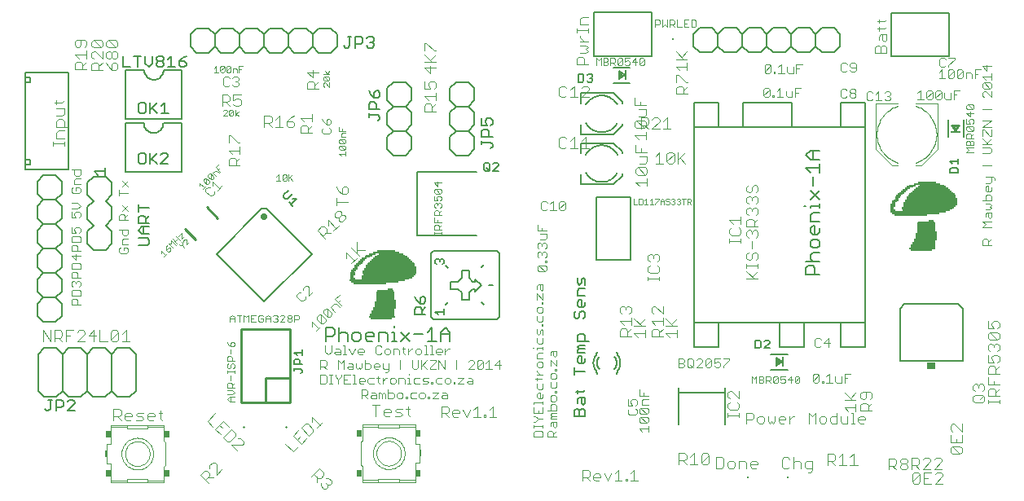
<source format=gto>
G75*
G70*
%OFA0B0*%
%FSLAX24Y24*%
%IPPOS*%
%LPD*%
%AMOC8*
5,1,8,0,0,1.08239X$1,22.5*
%
%ADD10C,0.0030*%
%ADD11C,0.0050*%
%ADD12C,0.0040*%
%ADD13R,0.0900X0.0060*%
%ADD14R,0.1080X0.0060*%
%ADD15R,0.1020X0.0060*%
%ADD16R,0.0960X0.0060*%
%ADD17R,0.0840X0.0060*%
%ADD18R,0.0780X0.0060*%
%ADD19R,0.0660X0.0060*%
%ADD20R,0.0240X0.0060*%
%ADD21R,0.1320X0.0060*%
%ADD22R,0.1980X0.0060*%
%ADD23R,0.2280X0.0060*%
%ADD24R,0.0180X0.0060*%
%ADD25R,0.2100X0.0060*%
%ADD26R,0.2160X0.0060*%
%ADD27R,0.2220X0.0060*%
%ADD28R,0.2040X0.0060*%
%ADD29R,0.1860X0.0060*%
%ADD30R,0.1740X0.0060*%
%ADD31R,0.1620X0.0060*%
%ADD32R,0.1500X0.0060*%
%ADD33R,0.1380X0.0060*%
%ADD34R,0.0300X0.0060*%
%ADD35R,0.1140X0.0060*%
%ADD36R,0.0720X0.0060*%
%ADD37C,0.0100*%
%ADD38C,0.0070*%
%ADD39C,0.0020*%
%ADD40R,0.0079X0.0079*%
%ADD41C,0.0060*%
%ADD42C,0.0080*%
%ADD43C,0.0283*%
%ADD44R,0.0216X0.0298*%
%ADD45R,0.0210X0.0304*%
%ADD46R,0.0210X0.0298*%
%ADD47R,0.0053X0.0298*%
%ADD48R,0.0216X0.0298*%
%ADD49C,0.0087*%
%ADD50C,0.0079*%
%ADD51R,0.0079X0.0394*%
%ADD52R,0.0079X0.0079*%
%ADD53R,0.0340X0.0300*%
%ADD54R,0.0394X0.0079*%
D10*
X008531Y004144D02*
X008628Y004240D01*
X008821Y004240D01*
X008725Y004342D02*
X008821Y004438D01*
X008725Y004535D01*
X008531Y004535D01*
X008531Y004636D02*
X008531Y004781D01*
X008579Y004830D01*
X008676Y004830D01*
X008725Y004781D01*
X008725Y004636D01*
X008821Y004636D02*
X008531Y004636D01*
X008725Y004733D02*
X008821Y004830D01*
X008676Y004931D02*
X008676Y005124D01*
X008531Y005225D02*
X008531Y005322D01*
X008531Y005274D02*
X008821Y005274D01*
X008821Y005322D02*
X008821Y005225D01*
X008773Y005422D02*
X008821Y005470D01*
X008821Y005567D01*
X008773Y005615D01*
X008725Y005615D01*
X008676Y005567D01*
X008676Y005470D01*
X008628Y005422D01*
X008579Y005422D01*
X008531Y005470D01*
X008531Y005567D01*
X008579Y005615D01*
X008531Y005717D02*
X008531Y005862D01*
X008579Y005910D01*
X008676Y005910D01*
X008725Y005862D01*
X008725Y005717D01*
X008821Y005717D02*
X008531Y005717D01*
X008676Y006011D02*
X008676Y006205D01*
X008676Y006306D02*
X008676Y006451D01*
X008725Y006499D01*
X008773Y006499D01*
X008821Y006451D01*
X008821Y006354D01*
X008773Y006306D01*
X008676Y006306D01*
X008579Y006403D01*
X008531Y006499D01*
X008624Y007314D02*
X008624Y007507D01*
X008721Y007604D01*
X008817Y007507D01*
X008817Y007314D01*
X008817Y007459D02*
X008624Y007459D01*
X008919Y007604D02*
X009112Y007604D01*
X009015Y007604D02*
X009015Y007314D01*
X009213Y007314D02*
X009213Y007604D01*
X009310Y007507D01*
X009407Y007604D01*
X009407Y007314D01*
X009508Y007314D02*
X009701Y007314D01*
X009802Y007362D02*
X009802Y007556D01*
X009851Y007604D01*
X009948Y007604D01*
X009996Y007556D01*
X009996Y007459D02*
X009899Y007459D01*
X009996Y007459D02*
X009996Y007362D01*
X009948Y007314D01*
X009851Y007314D01*
X009802Y007362D01*
X009605Y007459D02*
X009508Y007459D01*
X009508Y007604D02*
X009508Y007314D01*
X009508Y007604D02*
X009701Y007604D01*
X010097Y007507D02*
X010097Y007314D01*
X010097Y007459D02*
X010291Y007459D01*
X010291Y007507D02*
X010291Y007314D01*
X010392Y007362D02*
X010440Y007314D01*
X010537Y007314D01*
X010585Y007362D01*
X010585Y007411D01*
X010537Y007459D01*
X010489Y007459D01*
X010537Y007459D02*
X010585Y007507D01*
X010585Y007556D01*
X010537Y007604D01*
X010440Y007604D01*
X010392Y007556D01*
X010291Y007507D02*
X010194Y007604D01*
X010097Y007507D01*
X010686Y007556D02*
X010735Y007604D01*
X010832Y007604D01*
X010880Y007556D01*
X010880Y007507D01*
X010686Y007314D01*
X010880Y007314D01*
X010981Y007362D02*
X010981Y007411D01*
X011029Y007459D01*
X011126Y007459D01*
X011175Y007411D01*
X011175Y007362D01*
X011126Y007314D01*
X011029Y007314D01*
X010981Y007362D01*
X011029Y007459D02*
X010981Y007507D01*
X010981Y007556D01*
X011029Y007604D01*
X011126Y007604D01*
X011175Y007556D01*
X011175Y007507D01*
X011126Y007459D01*
X011276Y007411D02*
X011421Y007411D01*
X011469Y007459D01*
X011469Y007556D01*
X011421Y007604D01*
X011276Y007604D01*
X011276Y007314D01*
X011986Y007307D02*
X011986Y007133D01*
X011986Y007307D02*
X012248Y007045D01*
X012161Y006958D02*
X012335Y007133D01*
X012377Y007262D02*
X012377Y007611D01*
X012552Y007437D01*
X012552Y007349D01*
X012465Y007262D01*
X012377Y007262D01*
X012203Y007437D01*
X012203Y007524D01*
X012290Y007611D01*
X012377Y007611D01*
X012463Y007697D02*
X012463Y007784D01*
X012550Y007872D01*
X012638Y007872D01*
X012638Y007523D01*
X012725Y007523D01*
X012812Y007610D01*
X012812Y007697D01*
X012638Y007872D01*
X012767Y007914D02*
X012898Y008045D01*
X012986Y008045D01*
X013116Y007914D01*
X013202Y008000D02*
X012940Y008262D01*
X013115Y008436D01*
X013159Y008218D02*
X013071Y008131D01*
X012767Y007914D02*
X012942Y007739D01*
X012638Y007523D02*
X012463Y007697D01*
X011719Y008261D02*
X011719Y008349D01*
X011719Y008261D02*
X011632Y008174D01*
X011544Y008174D01*
X011370Y008349D01*
X011370Y008436D01*
X011457Y008523D01*
X011544Y008523D01*
X011630Y008609D02*
X011630Y008696D01*
X011718Y008784D01*
X011805Y008784D01*
X011848Y008740D01*
X011848Y008391D01*
X012023Y008566D01*
X012545Y006343D02*
X012545Y006100D01*
X012666Y005979D01*
X012788Y006100D01*
X012788Y006343D01*
X012968Y006222D02*
X013090Y006222D01*
X013150Y006161D01*
X013150Y005979D01*
X012968Y005979D01*
X012908Y006040D01*
X012968Y006100D01*
X013150Y006100D01*
X013270Y005979D02*
X013391Y005979D01*
X013331Y005979D02*
X013331Y006343D01*
X013270Y006343D01*
X013512Y006222D02*
X013633Y005979D01*
X013754Y006222D01*
X013874Y006161D02*
X013874Y006040D01*
X013935Y005979D01*
X014056Y005979D01*
X014117Y006100D02*
X013874Y006100D01*
X013874Y006161D02*
X013935Y006222D01*
X014056Y006222D01*
X014117Y006161D01*
X014117Y006100D01*
X014599Y006040D02*
X014660Y005979D01*
X014781Y005979D01*
X014842Y006040D01*
X014962Y006040D02*
X015022Y005979D01*
X015144Y005979D01*
X015204Y006040D01*
X015204Y006161D01*
X015144Y006222D01*
X015022Y006222D01*
X014962Y006161D01*
X014962Y006040D01*
X014599Y006040D02*
X014599Y006282D01*
X014660Y006343D01*
X014781Y006343D01*
X014842Y006282D01*
X015324Y006222D02*
X015506Y006222D01*
X015567Y006161D01*
X015567Y005979D01*
X015747Y006040D02*
X015808Y005979D01*
X015747Y006040D02*
X015747Y006282D01*
X015687Y006222D02*
X015808Y006222D01*
X015928Y006222D02*
X015928Y005979D01*
X015928Y006100D02*
X016050Y006222D01*
X016110Y006222D01*
X016231Y006161D02*
X016231Y006040D01*
X016291Y005979D01*
X016413Y005979D01*
X016473Y006040D01*
X016473Y006161D01*
X016413Y006222D01*
X016291Y006222D01*
X016231Y006161D01*
X016593Y005979D02*
X016714Y005979D01*
X016654Y005979D02*
X016654Y006343D01*
X016593Y006343D01*
X016835Y006343D02*
X016895Y006343D01*
X016895Y005979D01*
X016835Y005979D02*
X016956Y005979D01*
X017076Y006040D02*
X017076Y006161D01*
X017137Y006222D01*
X017258Y006222D01*
X017319Y006161D01*
X017319Y006100D01*
X017076Y006100D01*
X017076Y006040D02*
X017137Y005979D01*
X017258Y005979D01*
X017439Y005979D02*
X017439Y006222D01*
X017560Y006222D02*
X017439Y006100D01*
X017560Y006222D02*
X017621Y006222D01*
X017421Y005743D02*
X017421Y005379D01*
X017179Y005743D01*
X017179Y005379D01*
X017059Y005379D02*
X016816Y005379D01*
X016816Y005440D01*
X017059Y005682D01*
X017059Y005743D01*
X016816Y005743D01*
X016696Y005743D02*
X016453Y005500D01*
X016514Y005561D02*
X016696Y005379D01*
X016453Y005379D02*
X016453Y005743D01*
X016334Y005743D02*
X016334Y005440D01*
X016273Y005379D01*
X016152Y005379D01*
X016091Y005440D01*
X016091Y005743D01*
X015608Y005743D02*
X015608Y005379D01*
X015970Y005204D02*
X015970Y005143D01*
X015970Y005022D02*
X015970Y004779D01*
X015910Y004779D02*
X016031Y004779D01*
X016151Y004840D02*
X016212Y004779D01*
X016394Y004779D01*
X016514Y004779D02*
X016696Y004779D01*
X016757Y004840D01*
X016696Y004900D01*
X016575Y004900D01*
X016514Y004961D01*
X016575Y005022D01*
X016757Y005022D01*
X016876Y004840D02*
X016937Y004840D01*
X016937Y004779D01*
X016876Y004779D01*
X016876Y004840D01*
X017058Y004840D02*
X017118Y004779D01*
X017300Y004779D01*
X017420Y004840D02*
X017481Y004779D01*
X017602Y004779D01*
X017663Y004840D01*
X017663Y004961D01*
X017602Y005022D01*
X017481Y005022D01*
X017420Y004961D01*
X017420Y004840D01*
X017300Y005022D02*
X017118Y005022D01*
X017058Y004961D01*
X017058Y004840D01*
X016394Y005022D02*
X016212Y005022D01*
X016151Y004961D01*
X016151Y004840D01*
X015970Y005022D02*
X015910Y005022D01*
X015790Y004961D02*
X015790Y004779D01*
X015790Y004961D02*
X015729Y005022D01*
X015547Y005022D01*
X015547Y004779D01*
X015427Y004840D02*
X015427Y004961D01*
X015367Y005022D01*
X015245Y005022D01*
X015185Y004961D01*
X015185Y004840D01*
X015245Y004779D01*
X015367Y004779D01*
X015427Y004840D01*
X015065Y005022D02*
X015004Y005022D01*
X014883Y004900D01*
X014883Y004779D02*
X014883Y005022D01*
X014762Y005022D02*
X014641Y005022D01*
X014702Y005082D02*
X014702Y004840D01*
X014762Y004779D01*
X014521Y004779D02*
X014339Y004779D01*
X014278Y004840D01*
X014278Y004961D01*
X014339Y005022D01*
X014521Y005022D01*
X014159Y004961D02*
X014159Y004900D01*
X013916Y004900D01*
X013916Y004840D02*
X013916Y004961D01*
X013977Y005022D01*
X014098Y005022D01*
X014159Y004961D01*
X014098Y004779D02*
X013977Y004779D01*
X013916Y004840D01*
X013796Y004779D02*
X013674Y004779D01*
X013735Y004779D02*
X013735Y005143D01*
X013674Y005143D01*
X013554Y005143D02*
X013312Y005143D01*
X013312Y004779D01*
X013554Y004779D01*
X013433Y004961D02*
X013312Y004961D01*
X013192Y005082D02*
X013071Y004961D01*
X013071Y004779D01*
X013071Y004961D02*
X012949Y005082D01*
X012949Y005143D01*
X012829Y005143D02*
X012708Y005143D01*
X012768Y005143D02*
X012768Y004779D01*
X012708Y004779D02*
X012829Y004779D01*
X012588Y004840D02*
X012588Y005082D01*
X012527Y005143D01*
X012345Y005143D01*
X012345Y004779D01*
X012527Y004779D01*
X012588Y004840D01*
X013192Y005082D02*
X013192Y005143D01*
X013313Y005379D02*
X013313Y005743D01*
X013191Y005622D01*
X013070Y005743D01*
X013070Y005379D01*
X013433Y005440D02*
X013493Y005500D01*
X013675Y005500D01*
X013675Y005561D02*
X013675Y005379D01*
X013493Y005379D01*
X013433Y005440D01*
X013493Y005622D02*
X013615Y005622D01*
X013675Y005561D01*
X013795Y005622D02*
X013795Y005440D01*
X013856Y005379D01*
X013916Y005440D01*
X013977Y005379D01*
X014038Y005440D01*
X014038Y005622D01*
X014158Y005622D02*
X014340Y005622D01*
X014400Y005561D01*
X014400Y005440D01*
X014340Y005379D01*
X014158Y005379D01*
X014158Y005743D01*
X014520Y005561D02*
X014581Y005622D01*
X014702Y005622D01*
X014763Y005561D01*
X014763Y005500D01*
X014520Y005500D01*
X014520Y005440D02*
X014520Y005561D01*
X014520Y005440D02*
X014581Y005379D01*
X014702Y005379D01*
X014883Y005440D02*
X014943Y005379D01*
X015125Y005379D01*
X015125Y005318D02*
X015065Y005258D01*
X015004Y005258D01*
X015125Y005318D02*
X015125Y005622D01*
X014883Y005622D02*
X014883Y005440D01*
X015324Y005979D02*
X015324Y006222D01*
X017904Y005743D02*
X017904Y005379D01*
X018387Y005379D02*
X018630Y005622D01*
X018630Y005682D01*
X018569Y005743D01*
X018448Y005743D01*
X018387Y005682D01*
X018749Y005682D02*
X018810Y005743D01*
X018931Y005743D01*
X018992Y005682D01*
X018749Y005440D01*
X018810Y005379D01*
X018931Y005379D01*
X018992Y005440D01*
X018992Y005682D01*
X019112Y005622D02*
X019233Y005743D01*
X019233Y005379D01*
X019112Y005379D02*
X019355Y005379D01*
X019474Y005561D02*
X019717Y005561D01*
X019656Y005379D02*
X019656Y005743D01*
X019474Y005561D01*
X018749Y005440D02*
X018749Y005682D01*
X018630Y005379D02*
X018387Y005379D01*
X018387Y005022D02*
X018508Y005022D01*
X018569Y004961D01*
X018569Y004779D01*
X018387Y004779D01*
X018326Y004840D01*
X018387Y004900D01*
X018569Y004900D01*
X018207Y004779D02*
X017964Y004779D01*
X018207Y005022D01*
X017964Y005022D01*
X017843Y004840D02*
X017843Y004779D01*
X017783Y004779D01*
X017783Y004840D01*
X017843Y004840D01*
X017464Y004428D02*
X017525Y004367D01*
X017525Y004185D01*
X017343Y004185D01*
X017282Y004246D01*
X017343Y004307D01*
X017525Y004307D01*
X017464Y004428D02*
X017343Y004428D01*
X017163Y004428D02*
X016920Y004185D01*
X017163Y004185D01*
X017163Y004428D02*
X016920Y004428D01*
X016799Y004246D02*
X016799Y004185D01*
X016739Y004185D01*
X016739Y004246D01*
X016799Y004246D01*
X016619Y004246D02*
X016558Y004185D01*
X016437Y004185D01*
X016376Y004246D01*
X016376Y004367D01*
X016437Y004428D01*
X016558Y004428D01*
X016619Y004367D01*
X016619Y004246D01*
X016256Y004185D02*
X016074Y004185D01*
X016014Y004246D01*
X016014Y004367D01*
X016074Y004428D01*
X016256Y004428D01*
X015893Y004246D02*
X015893Y004185D01*
X015832Y004185D01*
X015832Y004246D01*
X015893Y004246D01*
X015713Y004246D02*
X015652Y004185D01*
X015531Y004185D01*
X015470Y004246D01*
X015470Y004367D01*
X015531Y004428D01*
X015652Y004428D01*
X015713Y004367D01*
X015713Y004246D01*
X015350Y004246D02*
X015289Y004185D01*
X015107Y004185D01*
X015107Y004549D01*
X015107Y004428D02*
X015289Y004428D01*
X015350Y004367D01*
X015350Y004246D01*
X014988Y004185D02*
X014988Y004367D01*
X014927Y004428D01*
X014866Y004367D01*
X014866Y004185D01*
X014745Y004185D02*
X014745Y004428D01*
X014806Y004428D01*
X014866Y004367D01*
X014625Y004367D02*
X014625Y004185D01*
X014443Y004185D01*
X014382Y004246D01*
X014443Y004307D01*
X014625Y004307D01*
X014625Y004367D02*
X014564Y004428D01*
X014443Y004428D01*
X014263Y004367D02*
X014202Y004307D01*
X014020Y004307D01*
X014141Y004307D02*
X014263Y004185D01*
X014263Y004367D02*
X014263Y004489D01*
X014202Y004549D01*
X014020Y004549D01*
X014020Y004185D01*
X012588Y005379D02*
X012466Y005500D01*
X012527Y005500D02*
X012345Y005500D01*
X012345Y005379D02*
X012345Y005743D01*
X012527Y005743D01*
X012588Y005682D01*
X012588Y005561D01*
X012527Y005500D01*
X008725Y004342D02*
X008531Y004342D01*
X008676Y004240D02*
X008676Y004047D01*
X008628Y004047D02*
X008531Y004144D01*
X008628Y004047D02*
X008821Y004047D01*
X002515Y008029D02*
X002151Y008029D01*
X002151Y008211D01*
X002212Y008272D01*
X002333Y008272D01*
X002394Y008211D01*
X002394Y008029D01*
X002515Y008392D02*
X002151Y008392D01*
X002151Y008574D01*
X002212Y008634D01*
X002454Y008634D01*
X002515Y008574D01*
X002515Y008392D01*
X002454Y008754D02*
X002515Y008815D01*
X002515Y008936D01*
X002454Y008997D01*
X002394Y008997D01*
X002333Y008936D01*
X002333Y008876D01*
X002333Y008936D02*
X002272Y008997D01*
X002212Y008997D01*
X002151Y008936D01*
X002151Y008815D01*
X002212Y008754D01*
X002151Y009129D02*
X002151Y009311D01*
X002212Y009372D01*
X002333Y009372D01*
X002394Y009311D01*
X002394Y009129D01*
X002515Y009129D02*
X002151Y009129D01*
X002151Y009492D02*
X002151Y009674D01*
X002212Y009734D01*
X002454Y009734D01*
X002515Y009674D01*
X002515Y009492D01*
X002151Y009492D01*
X002333Y009854D02*
X002333Y010097D01*
X002394Y010229D02*
X002394Y010411D01*
X002333Y010472D01*
X002212Y010472D01*
X002151Y010411D01*
X002151Y010229D01*
X002515Y010229D01*
X002515Y010036D02*
X002151Y010036D01*
X002333Y009854D01*
X002151Y010592D02*
X002515Y010592D01*
X002515Y010774D01*
X002454Y010834D01*
X002212Y010834D01*
X002151Y010774D01*
X002151Y010592D01*
X002151Y010954D02*
X002333Y010954D01*
X002272Y011076D01*
X002272Y011136D01*
X002333Y011197D01*
X002454Y011197D01*
X002515Y011136D01*
X002515Y011015D01*
X002454Y010954D01*
X002151Y010954D02*
X002151Y011197D01*
X002151Y011579D02*
X002333Y011579D01*
X002272Y011700D01*
X002272Y011761D01*
X002333Y011822D01*
X002454Y011822D01*
X002515Y011761D01*
X002515Y011640D01*
X002454Y011579D01*
X002151Y011579D02*
X002151Y011822D01*
X002151Y011942D02*
X002394Y011942D01*
X002515Y012063D01*
X002394Y012184D01*
X002151Y012184D01*
X002212Y012579D02*
X002454Y012579D01*
X002515Y012640D01*
X002515Y012761D01*
X002454Y012822D01*
X002333Y012822D01*
X002333Y012700D01*
X002212Y012579D02*
X002151Y012640D01*
X002151Y012761D01*
X002212Y012822D01*
X002272Y012942D02*
X002272Y013124D01*
X002333Y013184D01*
X002515Y013184D01*
X002454Y013304D02*
X002333Y013304D01*
X002272Y013365D01*
X002272Y013547D01*
X002151Y013547D02*
X002515Y013547D01*
X002515Y013365D01*
X002454Y013304D01*
X002515Y012942D02*
X002272Y012942D01*
X004101Y012722D02*
X004101Y012479D01*
X004101Y012600D02*
X004465Y012600D01*
X004465Y012842D02*
X004222Y013084D01*
X004222Y012842D02*
X004465Y013084D01*
X004465Y012084D02*
X004222Y011842D01*
X004162Y011722D02*
X004283Y011722D01*
X004344Y011661D01*
X004344Y011479D01*
X004465Y011479D02*
X004101Y011479D01*
X004101Y011661D01*
X004162Y011722D01*
X004344Y011600D02*
X004465Y011722D01*
X004465Y011842D02*
X004222Y012084D01*
X004222Y011097D02*
X004222Y010915D01*
X004283Y010854D01*
X004404Y010854D01*
X004465Y010915D01*
X004465Y011097D01*
X004101Y011097D01*
X004283Y010734D02*
X004465Y010734D01*
X004283Y010734D02*
X004222Y010674D01*
X004222Y010492D01*
X004465Y010492D01*
X004404Y010372D02*
X004283Y010372D01*
X004283Y010250D01*
X004404Y010129D02*
X004465Y010190D01*
X004465Y010311D01*
X004404Y010372D01*
X004162Y010372D02*
X004101Y010311D01*
X004101Y010190D01*
X004162Y010129D01*
X004404Y010129D01*
X007640Y012659D02*
X007814Y012484D01*
X007902Y012484D01*
X007989Y012571D01*
X007989Y012659D01*
X008118Y012701D02*
X008293Y012876D01*
X008206Y012788D02*
X007944Y013050D01*
X007944Y012876D01*
X007814Y012833D02*
X007727Y012833D01*
X007640Y012746D01*
X007640Y012659D01*
X012396Y015080D02*
X012458Y015019D01*
X012705Y015019D01*
X012766Y015080D01*
X012766Y015204D01*
X012705Y015265D01*
X012705Y015387D02*
X012581Y015387D01*
X012581Y015572D01*
X012643Y015634D01*
X012705Y015634D01*
X012766Y015572D01*
X012766Y015449D01*
X012705Y015387D01*
X012581Y015387D02*
X012458Y015510D01*
X012396Y015634D01*
X012458Y015265D02*
X012396Y015204D01*
X012396Y015080D01*
X008992Y017032D02*
X008930Y016971D01*
X008807Y016971D01*
X008745Y017032D01*
X008623Y017032D02*
X008562Y016971D01*
X008438Y016971D01*
X008376Y017032D01*
X008376Y017279D01*
X008438Y017341D01*
X008562Y017341D01*
X008623Y017279D01*
X008745Y017279D02*
X008807Y017341D01*
X008930Y017341D01*
X008992Y017279D01*
X008992Y017218D01*
X008930Y017156D01*
X008992Y017094D01*
X008992Y017032D01*
X008930Y017156D02*
X008868Y017156D01*
X016999Y013009D02*
X017145Y012864D01*
X017145Y013057D01*
X017290Y013009D02*
X016999Y013009D01*
X017048Y012762D02*
X017241Y012569D01*
X017290Y012617D01*
X017290Y012714D01*
X017241Y012762D01*
X017048Y012762D01*
X016999Y012714D01*
X016999Y012617D01*
X017048Y012569D01*
X017241Y012569D01*
X017241Y012468D02*
X017290Y012419D01*
X017290Y012323D01*
X017241Y012274D01*
X017145Y012274D02*
X017096Y012371D01*
X017096Y012419D01*
X017145Y012468D01*
X017241Y012468D01*
X017145Y012274D02*
X016999Y012274D01*
X016999Y012468D01*
X017048Y012173D02*
X017096Y012173D01*
X017145Y012125D01*
X017193Y012173D01*
X017241Y012173D01*
X017290Y012125D01*
X017290Y012028D01*
X017241Y011980D01*
X017290Y011878D02*
X017193Y011782D01*
X017193Y011830D02*
X017193Y011685D01*
X017290Y011685D02*
X016999Y011685D01*
X016999Y011830D01*
X017048Y011878D01*
X017145Y011878D01*
X017193Y011830D01*
X017048Y011980D02*
X016999Y012028D01*
X016999Y012125D01*
X017048Y012173D01*
X017145Y012125D02*
X017145Y012076D01*
X016999Y011584D02*
X016999Y011390D01*
X017290Y011390D01*
X017290Y011289D02*
X017193Y011192D01*
X017193Y011241D02*
X017193Y011096D01*
X017290Y011096D02*
X016999Y011096D01*
X016999Y011241D01*
X017048Y011289D01*
X017145Y011289D01*
X017193Y011241D01*
X017145Y011390D02*
X017145Y011487D01*
X017290Y010996D02*
X017290Y010899D01*
X017290Y010948D02*
X016999Y010948D01*
X016999Y010996D02*
X016999Y010899D01*
X021218Y011047D02*
X021218Y011294D01*
X021403Y011171D02*
X021403Y011047D01*
X021341Y010926D02*
X021588Y010926D01*
X021588Y010741D01*
X021526Y010679D01*
X021341Y010679D01*
X021341Y010557D02*
X021403Y010496D01*
X021465Y010557D01*
X021526Y010557D01*
X021588Y010496D01*
X021588Y010372D01*
X021526Y010311D01*
X021526Y010189D02*
X021588Y010127D01*
X021588Y010004D01*
X021526Y009942D01*
X021526Y009820D02*
X021588Y009820D01*
X021588Y009758D01*
X021526Y009758D01*
X021526Y009820D01*
X021526Y009637D02*
X021588Y009575D01*
X021588Y009451D01*
X021526Y009390D01*
X021280Y009637D01*
X021526Y009637D01*
X021280Y009637D02*
X021218Y009575D01*
X021218Y009451D01*
X021280Y009390D01*
X021526Y009390D01*
X021443Y008841D02*
X021443Y008659D01*
X021383Y008598D01*
X021322Y008659D01*
X021322Y008841D01*
X021261Y008841D02*
X021443Y008841D01*
X021261Y008841D02*
X021201Y008780D01*
X021201Y008659D01*
X021201Y008478D02*
X021443Y008236D01*
X021443Y008478D01*
X021201Y008478D02*
X021201Y008236D01*
X021383Y008115D02*
X021443Y008115D01*
X021443Y008054D01*
X021383Y008054D01*
X021383Y008115D01*
X021383Y007935D02*
X021261Y007935D01*
X021201Y007874D01*
X021201Y007753D01*
X021261Y007692D01*
X021383Y007692D01*
X021443Y007753D01*
X021443Y007874D01*
X021383Y007935D01*
X021443Y007572D02*
X021443Y007390D01*
X021383Y007329D01*
X021261Y007329D01*
X021201Y007390D01*
X021201Y007572D01*
X021383Y007209D02*
X021443Y007209D01*
X021443Y007148D01*
X021383Y007148D01*
X021383Y007209D01*
X021383Y007028D02*
X021322Y006968D01*
X021322Y006846D01*
X021261Y006786D01*
X021201Y006846D01*
X021201Y007028D01*
X021383Y007028D02*
X021443Y006968D01*
X021443Y006786D01*
X021443Y006666D02*
X021443Y006484D01*
X021383Y006423D01*
X021261Y006423D01*
X021201Y006484D01*
X021201Y006666D01*
X021443Y006303D02*
X021443Y006181D01*
X021443Y006242D02*
X021201Y006242D01*
X021201Y006181D01*
X021261Y006062D02*
X021443Y006062D01*
X021261Y006062D02*
X021201Y006001D01*
X021201Y005819D01*
X021443Y005819D01*
X021383Y005699D02*
X021261Y005699D01*
X021201Y005638D01*
X021201Y005517D01*
X021261Y005456D01*
X021383Y005456D01*
X021443Y005517D01*
X021443Y005638D01*
X021383Y005699D01*
X021751Y005760D02*
X021751Y005517D01*
X021933Y005396D02*
X021993Y005396D01*
X021993Y005336D01*
X021933Y005336D01*
X021933Y005396D01*
X021993Y005517D02*
X021993Y005760D01*
X021933Y005879D02*
X021872Y005940D01*
X021872Y006122D01*
X021811Y006122D02*
X021993Y006122D01*
X021993Y005940D01*
X021933Y005879D01*
X021751Y005940D02*
X021751Y006061D01*
X021811Y006122D01*
X021751Y005760D02*
X021993Y005517D01*
X021933Y005216D02*
X021811Y005216D01*
X021751Y005155D01*
X021751Y005034D01*
X021811Y004973D01*
X021933Y004973D01*
X021993Y005034D01*
X021993Y005155D01*
X021933Y005216D01*
X021993Y004853D02*
X021993Y004671D01*
X021933Y004611D01*
X021811Y004611D01*
X021751Y004671D01*
X021751Y004853D01*
X021443Y004793D02*
X021443Y004611D01*
X021383Y004550D01*
X021261Y004550D01*
X021201Y004611D01*
X021201Y004793D01*
X021201Y004913D02*
X021201Y005034D01*
X021140Y004973D02*
X021383Y004973D01*
X021443Y005034D01*
X021443Y005154D02*
X021201Y005154D01*
X021322Y005154D02*
X021201Y005276D01*
X021201Y005336D01*
X021079Y006242D02*
X021019Y006242D01*
X021933Y004490D02*
X021993Y004490D01*
X021993Y004429D01*
X021933Y004429D01*
X021933Y004490D01*
X021933Y004309D02*
X021811Y004309D01*
X021751Y004249D01*
X021751Y004127D01*
X021811Y004067D01*
X021933Y004067D01*
X021993Y004127D01*
X021993Y004249D01*
X021933Y004309D01*
X021443Y004370D02*
X021443Y004248D01*
X021383Y004188D01*
X021261Y004188D01*
X021201Y004248D01*
X021201Y004370D01*
X021261Y004430D01*
X021322Y004430D01*
X021322Y004188D01*
X021443Y004067D02*
X021443Y003946D01*
X021443Y004007D02*
X021079Y004007D01*
X021079Y003946D01*
X021079Y003826D02*
X021079Y003583D01*
X021443Y003583D01*
X021443Y003826D01*
X021261Y003705D02*
X021261Y003583D01*
X021140Y003464D02*
X021079Y003464D01*
X021140Y003464D02*
X021261Y003342D01*
X021443Y003342D01*
X021261Y003342D02*
X021140Y003221D01*
X021079Y003221D01*
X021079Y003101D02*
X021079Y002979D01*
X021079Y003040D02*
X021443Y003040D01*
X021443Y002979D02*
X021443Y003101D01*
X021383Y002859D02*
X021140Y002859D01*
X021079Y002799D01*
X021079Y002617D01*
X021443Y002617D01*
X021443Y002799D01*
X021383Y002859D01*
X021629Y002799D02*
X021690Y002859D01*
X021811Y002859D01*
X021872Y002799D01*
X021872Y002617D01*
X021872Y002738D02*
X021993Y002859D01*
X021933Y002979D02*
X021872Y003040D01*
X021872Y003222D01*
X021811Y003222D02*
X021993Y003222D01*
X021993Y003040D01*
X021933Y002979D01*
X021751Y003040D02*
X021751Y003161D01*
X021811Y003222D01*
X021751Y003342D02*
X021751Y003402D01*
X021811Y003463D01*
X021751Y003524D01*
X021811Y003584D01*
X021993Y003584D01*
X021993Y003704D02*
X021629Y003704D01*
X021751Y003704D02*
X021751Y003886D01*
X021811Y003947D01*
X021933Y003947D01*
X021993Y003886D01*
X021993Y003704D01*
X021993Y003463D02*
X021811Y003463D01*
X021751Y003342D02*
X021993Y003342D01*
X021629Y002799D02*
X021629Y002617D01*
X021993Y002617D01*
X024918Y003587D02*
X024979Y003525D01*
X025226Y003525D01*
X025288Y003587D01*
X025288Y003710D01*
X025226Y003772D01*
X025226Y003894D02*
X025288Y003955D01*
X025288Y004079D01*
X025226Y004140D01*
X025103Y004140D01*
X025041Y004079D01*
X025041Y004017D01*
X025103Y003894D01*
X024918Y003894D01*
X024918Y004140D01*
X025385Y004294D02*
X025385Y004540D01*
X025570Y004417D02*
X025570Y004294D01*
X025570Y004172D02*
X025755Y004172D01*
X025755Y004294D02*
X025385Y004294D01*
X025509Y004110D02*
X025570Y004172D01*
X025509Y004110D02*
X025509Y003925D01*
X025755Y003925D01*
X025694Y003804D02*
X025447Y003804D01*
X025694Y003557D01*
X025755Y003619D01*
X025755Y003742D01*
X025694Y003804D01*
X025694Y003557D02*
X025447Y003557D01*
X025385Y003619D01*
X025385Y003742D01*
X025447Y003804D01*
X025447Y003435D02*
X025694Y003189D01*
X025755Y003250D01*
X025755Y003374D01*
X025694Y003435D01*
X025447Y003435D01*
X025385Y003374D01*
X025385Y003250D01*
X025447Y003189D01*
X025694Y003189D01*
X025755Y003067D02*
X025755Y002820D01*
X025755Y002944D02*
X025385Y002944D01*
X025509Y002820D01*
X024918Y003587D02*
X024918Y003710D01*
X024979Y003772D01*
X026983Y005447D02*
X027168Y005447D01*
X027230Y005508D01*
X027230Y005570D01*
X027168Y005632D01*
X026983Y005632D01*
X026983Y005447D02*
X026983Y005817D01*
X027168Y005817D01*
X027230Y005755D01*
X027230Y005694D01*
X027168Y005632D01*
X027352Y005755D02*
X027413Y005817D01*
X027537Y005817D01*
X027598Y005755D01*
X027598Y005508D01*
X027537Y005447D01*
X027413Y005447D01*
X027352Y005508D01*
X027352Y005755D01*
X027475Y005570D02*
X027598Y005447D01*
X027720Y005447D02*
X027967Y005694D01*
X027967Y005755D01*
X027905Y005817D01*
X027782Y005817D01*
X027720Y005755D01*
X028088Y005755D02*
X028088Y005508D01*
X028335Y005755D01*
X028335Y005508D01*
X028273Y005447D01*
X028150Y005447D01*
X028088Y005508D01*
X027967Y005447D02*
X027720Y005447D01*
X028088Y005755D02*
X028150Y005817D01*
X028273Y005817D01*
X028335Y005755D01*
X028457Y005817D02*
X028457Y005632D01*
X028580Y005694D01*
X028642Y005694D01*
X028703Y005632D01*
X028703Y005508D01*
X028642Y005447D01*
X028518Y005447D01*
X028457Y005508D01*
X028457Y005817D02*
X028703Y005817D01*
X028825Y005817D02*
X029072Y005817D01*
X029072Y005755D01*
X028825Y005508D01*
X028825Y005447D01*
X029986Y005102D02*
X029986Y004811D01*
X030179Y004811D02*
X030179Y005102D01*
X030083Y005005D01*
X029986Y005102D01*
X030281Y005102D02*
X030426Y005102D01*
X030474Y005053D01*
X030474Y005005D01*
X030426Y004957D01*
X030281Y004957D01*
X030281Y005102D02*
X030281Y004811D01*
X030426Y004811D01*
X030474Y004860D01*
X030474Y004908D01*
X030426Y004957D01*
X030575Y004908D02*
X030720Y004908D01*
X030769Y004957D01*
X030769Y005053D01*
X030720Y005102D01*
X030575Y005102D01*
X030575Y004811D01*
X030672Y004908D02*
X030769Y004811D01*
X030870Y004860D02*
X031063Y005053D01*
X031063Y004860D01*
X031015Y004811D01*
X030918Y004811D01*
X030870Y004860D01*
X030870Y005053D01*
X030918Y005102D01*
X031015Y005102D01*
X031063Y005053D01*
X031165Y005102D02*
X031165Y004957D01*
X031261Y005005D01*
X031310Y005005D01*
X031358Y004957D01*
X031358Y004860D01*
X031310Y004811D01*
X031213Y004811D01*
X031165Y004860D01*
X031165Y005102D02*
X031358Y005102D01*
X031459Y004957D02*
X031604Y005102D01*
X031604Y004811D01*
X031653Y004957D02*
X031459Y004957D01*
X031754Y005053D02*
X031802Y005102D01*
X031899Y005102D01*
X031947Y005053D01*
X031754Y004860D01*
X031802Y004811D01*
X031899Y004811D01*
X031947Y004860D01*
X031947Y005053D01*
X031754Y005053D02*
X031754Y004860D01*
X032492Y004894D02*
X032492Y005141D01*
X032553Y005202D01*
X032677Y005202D01*
X032738Y005141D01*
X032492Y004894D01*
X032553Y004832D01*
X032677Y004832D01*
X032738Y004894D01*
X032738Y005141D01*
X032860Y004894D02*
X032922Y004894D01*
X032922Y004832D01*
X032860Y004832D01*
X032860Y004894D01*
X033044Y004832D02*
X033291Y004832D01*
X033167Y004832D02*
X033167Y005202D01*
X033044Y005079D01*
X033412Y005079D02*
X033412Y004894D01*
X033474Y004832D01*
X033659Y004832D01*
X033659Y005079D01*
X033781Y005017D02*
X033904Y005017D01*
X033781Y004832D02*
X033781Y005202D01*
X034028Y005202D01*
X033125Y006285D02*
X033125Y006655D01*
X032940Y006470D01*
X033187Y006470D01*
X032818Y006593D02*
X032757Y006655D01*
X032633Y006655D01*
X032572Y006593D01*
X032572Y006346D01*
X032633Y006285D01*
X032757Y006285D01*
X032818Y006346D01*
X039429Y010467D02*
X039429Y010649D01*
X039490Y010709D01*
X039611Y010709D01*
X039672Y010649D01*
X039672Y010467D01*
X039672Y010588D02*
X039793Y010709D01*
X039793Y010467D02*
X039429Y010467D01*
X039429Y011192D02*
X039551Y011313D01*
X039429Y011434D01*
X039793Y011434D01*
X039733Y011554D02*
X039672Y011615D01*
X039672Y011797D01*
X039611Y011797D02*
X039793Y011797D01*
X039793Y011615D01*
X039733Y011554D01*
X039551Y011615D02*
X039551Y011736D01*
X039611Y011797D01*
X039551Y011917D02*
X039733Y011917D01*
X039793Y011977D01*
X039733Y012038D01*
X039793Y012099D01*
X039733Y012159D01*
X039551Y012159D01*
X039551Y012279D02*
X039551Y012461D01*
X039611Y012522D01*
X039733Y012522D01*
X039793Y012461D01*
X039793Y012279D01*
X039429Y012279D01*
X039611Y012642D02*
X039551Y012703D01*
X039551Y012824D01*
X039611Y012885D01*
X039672Y012885D01*
X039672Y012642D01*
X039733Y012642D02*
X039611Y012642D01*
X039733Y012642D02*
X039793Y012703D01*
X039793Y012824D01*
X039733Y013004D02*
X039793Y013065D01*
X039793Y013247D01*
X039854Y013247D02*
X039551Y013247D01*
X039551Y013004D02*
X039733Y013004D01*
X039915Y013126D02*
X039915Y013186D01*
X039854Y013247D01*
X039793Y013729D02*
X039429Y013729D01*
X039429Y014213D02*
X039733Y014213D01*
X039793Y014273D01*
X039793Y014395D01*
X039733Y014455D01*
X039429Y014455D01*
X039429Y014575D02*
X039793Y014575D01*
X039672Y014575D02*
X039429Y014818D01*
X039429Y014938D02*
X039429Y015180D01*
X039490Y015180D01*
X039733Y014938D01*
X039793Y014938D01*
X039793Y015180D01*
X039793Y015300D02*
X039429Y015300D01*
X039793Y015543D01*
X039429Y015543D01*
X039070Y015570D02*
X039070Y015473D01*
X039022Y015425D01*
X038925Y015425D02*
X038877Y015522D01*
X038877Y015570D01*
X038925Y015618D01*
X039022Y015618D01*
X039070Y015570D01*
X038925Y015425D02*
X038780Y015425D01*
X038780Y015618D01*
X038925Y015720D02*
X038925Y015913D01*
X038829Y016014D02*
X038780Y016063D01*
X038780Y016159D01*
X038829Y016208D01*
X039022Y016014D01*
X039070Y016063D01*
X039070Y016159D01*
X039022Y016208D01*
X038829Y016208D01*
X038829Y016014D02*
X039022Y016014D01*
X039070Y015865D02*
X038780Y015865D01*
X038925Y015720D01*
X038829Y015324D02*
X039022Y015130D01*
X039070Y015179D01*
X039070Y015275D01*
X039022Y015324D01*
X038829Y015324D01*
X038780Y015275D01*
X038780Y015179D01*
X038829Y015130D01*
X039022Y015130D01*
X039070Y015029D02*
X038974Y014932D01*
X038974Y014981D02*
X038974Y014836D01*
X039070Y014836D02*
X038780Y014836D01*
X038780Y014981D01*
X038829Y015029D01*
X038925Y015029D01*
X038974Y014981D01*
X038974Y014734D02*
X039022Y014734D01*
X039070Y014686D01*
X039070Y014541D01*
X038780Y014541D01*
X038780Y014686D01*
X038829Y014734D01*
X038877Y014734D01*
X038925Y014686D01*
X038925Y014541D01*
X038925Y014686D02*
X038974Y014734D01*
X039070Y014440D02*
X038780Y014440D01*
X038877Y014343D01*
X038780Y014246D01*
X039070Y014246D01*
X039611Y014636D02*
X039793Y014818D01*
X039793Y016025D02*
X039429Y016025D01*
X039490Y016509D02*
X039429Y016569D01*
X039429Y016691D01*
X039490Y016751D01*
X039551Y016751D01*
X039793Y016509D01*
X039793Y016751D01*
X039733Y016871D02*
X039490Y017114D01*
X039733Y017114D01*
X039793Y017053D01*
X039793Y016932D01*
X039733Y016871D01*
X039490Y016871D01*
X039429Y016932D01*
X039429Y017053D01*
X039490Y017114D01*
X039551Y017234D02*
X039429Y017355D01*
X039793Y017355D01*
X039793Y017234D02*
X039793Y017476D01*
X039611Y017596D02*
X039611Y017839D01*
X039429Y017778D02*
X039611Y017596D01*
X039369Y017650D02*
X039122Y017650D01*
X039122Y017280D01*
X039001Y017280D02*
X039001Y017465D01*
X038939Y017527D01*
X038754Y017527D01*
X038754Y017280D01*
X038632Y017342D02*
X038571Y017280D01*
X038447Y017280D01*
X038386Y017342D01*
X038632Y017589D01*
X038632Y017342D01*
X038386Y017342D02*
X038386Y017589D01*
X038447Y017650D01*
X038571Y017650D01*
X038632Y017589D01*
X038264Y017589D02*
X038017Y017342D01*
X038079Y017280D01*
X038202Y017280D01*
X038264Y017342D01*
X038264Y017589D01*
X038202Y017650D01*
X038079Y017650D01*
X038017Y017589D01*
X038017Y017342D01*
X037896Y017280D02*
X037649Y017280D01*
X037772Y017280D02*
X037772Y017650D01*
X037649Y017527D01*
X037736Y017747D02*
X037859Y017747D01*
X037921Y017809D01*
X038042Y017809D02*
X038042Y017747D01*
X038042Y017809D02*
X038289Y018056D01*
X038289Y018118D01*
X038042Y018118D01*
X037921Y018056D02*
X037859Y018118D01*
X037736Y018118D01*
X037674Y018056D01*
X037674Y017809D01*
X037736Y017747D01*
X037696Y016800D02*
X037758Y016738D01*
X037511Y016491D01*
X037573Y016429D01*
X037696Y016429D01*
X037758Y016491D01*
X037758Y016738D01*
X037696Y016800D02*
X037573Y016800D01*
X037511Y016738D01*
X037511Y016491D01*
X037390Y016491D02*
X037328Y016429D01*
X037204Y016429D01*
X037143Y016491D01*
X037390Y016738D01*
X037390Y016491D01*
X037390Y016738D02*
X037328Y016800D01*
X037204Y016800D01*
X037143Y016738D01*
X037143Y016491D01*
X037021Y016429D02*
X036774Y016429D01*
X036898Y016429D02*
X036898Y016800D01*
X036774Y016676D01*
X035671Y016682D02*
X035671Y016620D01*
X035609Y016558D01*
X035671Y016496D01*
X035671Y016435D01*
X035609Y016373D01*
X035486Y016373D01*
X035424Y016435D01*
X035303Y016373D02*
X035056Y016373D01*
X035179Y016373D02*
X035179Y016743D01*
X035056Y016620D01*
X034934Y016682D02*
X034872Y016743D01*
X034749Y016743D01*
X034687Y016682D01*
X034687Y016435D01*
X034749Y016373D01*
X034872Y016373D01*
X034934Y016435D01*
X034245Y016550D02*
X034245Y016612D01*
X034183Y016673D01*
X034060Y016673D01*
X033998Y016735D01*
X033998Y016797D01*
X034060Y016858D01*
X034183Y016858D01*
X034245Y016797D01*
X034245Y016735D01*
X034183Y016673D01*
X034060Y016673D02*
X033998Y016612D01*
X033998Y016550D01*
X034060Y016488D01*
X034183Y016488D01*
X034245Y016550D01*
X033876Y016550D02*
X033815Y016488D01*
X033691Y016488D01*
X033630Y016550D01*
X033630Y016797D01*
X033691Y016858D01*
X033815Y016858D01*
X033876Y016797D01*
X033820Y017551D02*
X033697Y017551D01*
X033635Y017613D01*
X033635Y017860D01*
X033697Y017922D01*
X033820Y017922D01*
X033882Y017860D01*
X034003Y017860D02*
X034003Y017798D01*
X034065Y017737D01*
X034250Y017737D01*
X034250Y017860D02*
X034250Y017613D01*
X034189Y017551D01*
X034065Y017551D01*
X034003Y017613D01*
X033882Y017613D02*
X033820Y017551D01*
X034003Y017860D02*
X034065Y017922D01*
X034189Y017922D01*
X034250Y017860D01*
X035424Y016682D02*
X035486Y016743D01*
X035609Y016743D01*
X035671Y016682D01*
X035609Y016558D02*
X035547Y016558D01*
X037879Y016491D02*
X037941Y016429D01*
X038126Y016429D01*
X038126Y016676D01*
X038248Y016614D02*
X038371Y016614D01*
X038248Y016429D02*
X038248Y016800D01*
X038494Y016800D01*
X037879Y016676D02*
X037879Y016491D01*
X039122Y017465D02*
X039246Y017465D01*
X039429Y017778D02*
X039793Y017778D01*
X032051Y017869D02*
X031804Y017869D01*
X031804Y017499D01*
X031683Y017499D02*
X031683Y017746D01*
X031804Y017684D02*
X031928Y017684D01*
X031683Y017499D02*
X031498Y017499D01*
X031436Y017561D01*
X031436Y017746D01*
X031191Y017869D02*
X031191Y017499D01*
X031068Y017499D02*
X031314Y017499D01*
X031068Y017746D02*
X031191Y017869D01*
X030945Y017561D02*
X030945Y017499D01*
X030883Y017499D01*
X030883Y017561D01*
X030945Y017561D01*
X030762Y017561D02*
X030700Y017499D01*
X030577Y017499D01*
X030515Y017561D01*
X030762Y017807D01*
X030762Y017561D01*
X030762Y017807D02*
X030700Y017869D01*
X030577Y017869D01*
X030515Y017807D01*
X030515Y017561D01*
X030531Y016886D02*
X030470Y016824D01*
X030470Y016577D01*
X030716Y016824D01*
X030716Y016577D01*
X030655Y016516D01*
X030531Y016516D01*
X030470Y016577D01*
X030531Y016886D02*
X030655Y016886D01*
X030716Y016824D01*
X030838Y016577D02*
X030900Y016577D01*
X030900Y016516D01*
X030838Y016516D01*
X030838Y016577D01*
X031022Y016516D02*
X031269Y016516D01*
X031146Y016516D02*
X031146Y016886D01*
X031022Y016762D01*
X031390Y016762D02*
X031390Y016577D01*
X031452Y016516D01*
X031637Y016516D01*
X031637Y016762D01*
X031759Y016701D02*
X031882Y016701D01*
X031759Y016516D02*
X031759Y016886D01*
X032006Y016886D01*
X027708Y019437D02*
X027708Y019630D01*
X027659Y019679D01*
X027514Y019679D01*
X027514Y019388D01*
X027659Y019388D01*
X027708Y019437D01*
X027413Y019388D02*
X027219Y019388D01*
X027219Y019679D01*
X027413Y019679D01*
X027316Y019534D02*
X027219Y019534D01*
X027118Y019388D02*
X026925Y019388D01*
X026925Y019679D01*
X026824Y019630D02*
X026824Y019534D01*
X026775Y019485D01*
X026630Y019485D01*
X026630Y019388D02*
X026630Y019679D01*
X026775Y019679D01*
X026824Y019630D01*
X026727Y019485D02*
X026824Y019388D01*
X026529Y019388D02*
X026529Y019679D01*
X026336Y019679D02*
X026336Y019388D01*
X026432Y019485D01*
X026529Y019388D01*
X026234Y019534D02*
X026234Y019630D01*
X026186Y019679D01*
X026041Y019679D01*
X026041Y019388D01*
X026041Y019485D02*
X026186Y019485D01*
X026234Y019534D01*
X025533Y018114D02*
X025582Y018066D01*
X025388Y017872D01*
X025436Y017824D01*
X025533Y017824D01*
X025582Y017872D01*
X025582Y018066D01*
X025533Y018114D02*
X025436Y018114D01*
X025388Y018066D01*
X025388Y017872D01*
X025287Y017969D02*
X025093Y017969D01*
X025238Y018114D01*
X025238Y017824D01*
X024992Y017872D02*
X024992Y017969D01*
X024944Y018017D01*
X024895Y018017D01*
X024799Y017969D01*
X024799Y018114D01*
X024992Y018114D01*
X024992Y017872D02*
X024944Y017824D01*
X024847Y017824D01*
X024799Y017872D01*
X024698Y017872D02*
X024698Y018066D01*
X024504Y017872D01*
X024552Y017824D01*
X024649Y017824D01*
X024698Y017872D01*
X024698Y018066D02*
X024649Y018114D01*
X024552Y018114D01*
X024504Y018066D01*
X024504Y017872D01*
X024403Y017824D02*
X024306Y017921D01*
X024355Y017921D02*
X024209Y017921D01*
X024209Y017824D02*
X024209Y018114D01*
X024355Y018114D01*
X024403Y018066D01*
X024403Y017969D01*
X024355Y017921D01*
X024108Y017921D02*
X024108Y017872D01*
X024060Y017824D01*
X023915Y017824D01*
X023915Y018114D01*
X024060Y018114D01*
X024108Y018066D01*
X024108Y018017D01*
X024060Y017969D01*
X023915Y017969D01*
X024060Y017969D02*
X024108Y017921D01*
X023814Y017824D02*
X023814Y018114D01*
X023717Y018017D01*
X023620Y018114D01*
X023620Y017824D01*
X022296Y012264D02*
X022358Y012203D01*
X022111Y011956D01*
X022173Y011894D01*
X022296Y011894D01*
X022358Y011956D01*
X022358Y012203D01*
X022296Y012264D02*
X022173Y012264D01*
X022111Y012203D01*
X022111Y011956D01*
X021990Y011894D02*
X021743Y011894D01*
X021866Y011894D02*
X021866Y012264D01*
X021743Y012141D01*
X021621Y012203D02*
X021560Y012264D01*
X021436Y012264D01*
X021375Y012203D01*
X021375Y011956D01*
X021436Y011894D01*
X021560Y011894D01*
X021621Y011956D01*
X021588Y011047D02*
X021218Y011047D01*
X021280Y010557D02*
X021341Y010557D01*
X021280Y010557D02*
X021218Y010496D01*
X021218Y010372D01*
X021280Y010311D01*
X021280Y010189D02*
X021341Y010189D01*
X021403Y010127D01*
X021465Y010189D01*
X021526Y010189D01*
X021403Y010127D02*
X021403Y010066D01*
X021280Y010189D02*
X021218Y010127D01*
X021218Y010004D01*
X021280Y009942D01*
X021403Y010434D02*
X021403Y010496D01*
X039429Y011192D02*
X039793Y011192D01*
D11*
X032753Y011159D02*
X032753Y010978D01*
X032663Y010888D01*
X032483Y010888D01*
X032393Y010978D01*
X032393Y011159D01*
X032483Y011249D01*
X032573Y011249D01*
X032573Y010888D01*
X032663Y010705D02*
X032483Y010705D01*
X032393Y010615D01*
X032393Y010434D01*
X032483Y010344D01*
X032663Y010344D01*
X032753Y010434D01*
X032753Y010615D01*
X032663Y010705D01*
X032753Y010161D02*
X032483Y010161D01*
X032393Y010071D01*
X032393Y009891D01*
X032483Y009801D01*
X032483Y009617D02*
X032573Y009527D01*
X032573Y009257D01*
X032753Y009257D02*
X032212Y009257D01*
X032212Y009527D01*
X032302Y009617D01*
X032483Y009617D01*
X032753Y009801D02*
X032212Y009801D01*
X032393Y011432D02*
X032393Y011702D01*
X032483Y011793D01*
X032753Y011793D01*
X032753Y011976D02*
X032753Y012156D01*
X032753Y012066D02*
X032393Y012066D01*
X032393Y011976D01*
X032212Y012066D02*
X032122Y012066D01*
X032393Y012338D02*
X032753Y012699D01*
X032483Y012882D02*
X032483Y013243D01*
X032393Y013426D02*
X032212Y013606D01*
X032753Y013606D01*
X032753Y013426D02*
X032753Y013786D01*
X032753Y013969D02*
X032393Y013969D01*
X032212Y014150D01*
X032393Y014330D01*
X032753Y014330D01*
X032483Y014330D02*
X032483Y013969D01*
X031635Y015288D02*
X031635Y016288D01*
X029635Y016288D01*
X029635Y015288D01*
X031635Y015288D01*
X033635Y015288D01*
X033635Y016288D01*
X034635Y016288D01*
X034635Y015288D01*
X033635Y015288D01*
X034635Y015288D02*
X034635Y007288D01*
X034635Y006288D01*
X033635Y006288D01*
X033635Y007288D01*
X032135Y007288D01*
X032135Y006288D01*
X031135Y006288D01*
X031135Y007288D01*
X028635Y007288D01*
X028635Y006288D01*
X027635Y006288D01*
X027635Y007288D01*
X027635Y015288D01*
X027635Y016288D01*
X028635Y016288D01*
X028635Y015288D01*
X029635Y015288D01*
X028635Y015288D02*
X027635Y015288D01*
X032393Y012699D02*
X032753Y012338D01*
X032753Y011432D02*
X032393Y011432D01*
X032135Y007288D02*
X031135Y007288D01*
X028635Y007288D02*
X027635Y007288D01*
X023318Y006533D02*
X022868Y006533D01*
X022868Y006758D01*
X022943Y006833D01*
X023093Y006833D01*
X023168Y006758D01*
X023168Y006533D01*
X023168Y006372D02*
X022943Y006372D01*
X022868Y006297D01*
X022943Y006222D01*
X023168Y006222D01*
X023168Y006072D02*
X022868Y006072D01*
X022868Y006147D01*
X022943Y006222D01*
X022943Y005912D02*
X023018Y005912D01*
X023018Y005612D01*
X022943Y005612D02*
X022868Y005687D01*
X022868Y005837D01*
X022943Y005912D01*
X023168Y005837D02*
X023168Y005687D01*
X023093Y005612D01*
X022943Y005612D01*
X022718Y005452D02*
X022718Y005151D01*
X022718Y005302D02*
X023168Y005302D01*
X023168Y004534D02*
X023093Y004459D01*
X022793Y004459D01*
X022868Y004384D02*
X022868Y004534D01*
X022943Y004224D02*
X023168Y004224D01*
X023168Y003999D01*
X023093Y003924D01*
X023018Y003999D01*
X023018Y004224D01*
X022943Y004224D02*
X022868Y004149D01*
X022868Y003999D01*
X022868Y003764D02*
X022943Y003688D01*
X022943Y003463D01*
X023168Y003463D02*
X023168Y003688D01*
X023093Y003764D01*
X023018Y003764D01*
X022943Y003688D01*
X022868Y003764D02*
X022793Y003764D01*
X022718Y003688D01*
X022718Y003463D01*
X023168Y003463D01*
X017628Y006539D02*
X017628Y006900D01*
X017448Y007080D01*
X017268Y006900D01*
X017268Y006539D01*
X017085Y006539D02*
X016724Y006539D01*
X016904Y006539D02*
X016904Y007080D01*
X016724Y006900D01*
X016541Y006810D02*
X016180Y006810D01*
X015997Y006900D02*
X015636Y006539D01*
X015454Y006539D02*
X015274Y006539D01*
X015364Y006539D02*
X015364Y006900D01*
X015274Y006900D01*
X015364Y007080D02*
X015364Y007170D01*
X015636Y006900D02*
X015997Y006539D01*
X015091Y006539D02*
X015091Y006810D01*
X015001Y006900D01*
X014730Y006900D01*
X014730Y006539D01*
X014547Y006719D02*
X014186Y006719D01*
X014186Y006629D02*
X014186Y006810D01*
X014276Y006900D01*
X014457Y006900D01*
X014547Y006810D01*
X014547Y006719D01*
X014457Y006539D02*
X014276Y006539D01*
X014186Y006629D01*
X014003Y006629D02*
X014003Y006810D01*
X013913Y006900D01*
X013733Y006900D01*
X013643Y006810D01*
X013643Y006629D01*
X013733Y006539D01*
X013913Y006539D01*
X014003Y006629D01*
X013459Y006539D02*
X013459Y006810D01*
X013369Y006900D01*
X013189Y006900D01*
X013099Y006810D01*
X012916Y006810D02*
X012916Y006990D01*
X012826Y007080D01*
X012555Y007080D01*
X012555Y006539D01*
X012555Y006719D02*
X012826Y006719D01*
X012916Y006810D01*
X013099Y007080D02*
X013099Y006539D01*
X016196Y007611D02*
X016196Y007836D01*
X016271Y007912D01*
X016421Y007912D01*
X016496Y007836D01*
X016496Y007611D01*
X016646Y007611D02*
X016196Y007611D01*
X016496Y007761D02*
X016646Y007912D01*
X016571Y008072D02*
X016646Y008147D01*
X016646Y008297D01*
X016571Y008372D01*
X016496Y008372D01*
X016421Y008297D01*
X016421Y008072D01*
X016571Y008072D01*
X016421Y008072D02*
X016271Y008222D01*
X016196Y008372D01*
X017046Y007736D02*
X017386Y007736D01*
X017386Y007623D02*
X017386Y007850D01*
X017159Y007623D02*
X017046Y007736D01*
X017268Y006810D02*
X017628Y006810D01*
X022718Y007528D02*
X022793Y007453D01*
X022868Y007453D01*
X022943Y007528D01*
X022943Y007679D01*
X023018Y007754D01*
X023093Y007754D01*
X023168Y007679D01*
X023168Y007528D01*
X023093Y007453D01*
X022718Y007528D02*
X022718Y007679D01*
X022793Y007754D01*
X022943Y007914D02*
X022868Y007989D01*
X022868Y008139D01*
X022943Y008214D01*
X023018Y008214D01*
X023018Y007914D01*
X023093Y007914D02*
X022943Y007914D01*
X023093Y007914D02*
X023168Y007989D01*
X023168Y008139D01*
X023168Y008374D02*
X022868Y008374D01*
X022868Y008599D01*
X022943Y008674D01*
X023168Y008674D01*
X023168Y008835D02*
X023168Y009060D01*
X023093Y009135D01*
X023018Y009060D01*
X023018Y008910D01*
X022943Y008835D01*
X022868Y008910D01*
X022868Y009135D01*
X017386Y009730D02*
X017329Y009673D01*
X017386Y009730D02*
X017386Y009843D01*
X017329Y009900D01*
X017273Y009900D01*
X017216Y009843D01*
X017216Y009786D01*
X017216Y009843D02*
X017159Y009900D01*
X017103Y009900D01*
X017046Y009843D01*
X017046Y009730D01*
X017103Y009673D01*
X019313Y014424D02*
X019388Y014499D01*
X019388Y014574D01*
X019313Y014649D01*
X018937Y014649D01*
X018937Y014574D02*
X018937Y014724D01*
X018937Y014885D02*
X018937Y015110D01*
X019012Y015185D01*
X019163Y015185D01*
X019238Y015110D01*
X019238Y014885D01*
X019388Y014885D02*
X018937Y014885D01*
X018937Y015345D02*
X019163Y015345D01*
X019088Y015495D01*
X019088Y015570D01*
X019163Y015645D01*
X019313Y015645D01*
X019388Y015570D01*
X019388Y015420D01*
X019313Y015345D01*
X018937Y015345D02*
X018937Y015645D01*
X014769Y015628D02*
X014769Y015703D01*
X014694Y015778D01*
X014318Y015778D01*
X014318Y015703D02*
X014318Y015853D01*
X014318Y016013D02*
X014318Y016239D01*
X014393Y016314D01*
X014544Y016314D01*
X014619Y016239D01*
X014619Y016013D01*
X014769Y016013D02*
X014318Y016013D01*
X014544Y016474D02*
X014544Y016699D01*
X014619Y016774D01*
X014694Y016774D01*
X014769Y016699D01*
X014769Y016549D01*
X014694Y016474D01*
X014544Y016474D01*
X014393Y016624D01*
X014318Y016774D01*
X014769Y015628D02*
X014694Y015553D01*
X014448Y018538D02*
X014298Y018538D01*
X014223Y018613D01*
X014373Y018763D02*
X014448Y018763D01*
X014523Y018688D01*
X014523Y018613D01*
X014448Y018538D01*
X014448Y018763D02*
X014523Y018838D01*
X014523Y018913D01*
X014448Y018988D01*
X014298Y018988D01*
X014223Y018913D01*
X014063Y018913D02*
X014063Y018763D01*
X013988Y018688D01*
X013763Y018688D01*
X013763Y018538D02*
X013763Y018988D01*
X013988Y018988D01*
X014063Y018913D01*
X013603Y018988D02*
X013452Y018988D01*
X013528Y018988D02*
X013528Y018613D01*
X013452Y018538D01*
X013377Y018538D01*
X013302Y018613D01*
X006855Y018205D02*
X006705Y018130D01*
X006555Y017980D01*
X006780Y017980D01*
X006855Y017905D01*
X006855Y017830D01*
X006780Y017755D01*
X006630Y017755D01*
X006555Y017830D01*
X006555Y017980D01*
X006244Y018205D02*
X006244Y017755D01*
X006094Y017755D02*
X006394Y017755D01*
X005934Y017830D02*
X005859Y017755D01*
X005709Y017755D01*
X005634Y017830D01*
X005634Y017905D01*
X005709Y017980D01*
X005859Y017980D01*
X005934Y017905D01*
X005934Y017830D01*
X005859Y017980D02*
X005934Y018055D01*
X005934Y018130D01*
X005859Y018205D01*
X005709Y018205D01*
X005634Y018130D01*
X005634Y018055D01*
X005709Y017980D01*
X005474Y017905D02*
X005474Y018205D01*
X005173Y018205D02*
X005173Y017905D01*
X005323Y017755D01*
X005474Y017905D01*
X006094Y018055D02*
X006244Y018205D01*
X005013Y018205D02*
X004713Y018205D01*
X004863Y018205D02*
X004863Y017755D01*
X004553Y017755D02*
X004253Y017755D01*
X004253Y018205D01*
X004978Y016305D02*
X004903Y016230D01*
X004903Y015930D01*
X004978Y015855D01*
X005128Y015855D01*
X005203Y015930D01*
X005203Y016230D01*
X005128Y016305D01*
X004978Y016305D01*
X005363Y016305D02*
X005363Y015855D01*
X005363Y016005D02*
X005663Y016305D01*
X005823Y016155D02*
X005973Y016305D01*
X005973Y015855D01*
X005823Y015855D02*
X006124Y015855D01*
X005663Y015855D02*
X005438Y016080D01*
X005350Y014227D02*
X005350Y013777D01*
X005350Y013927D02*
X005650Y014227D01*
X005810Y014152D02*
X005885Y014227D01*
X006035Y014227D01*
X006110Y014152D01*
X006110Y014077D01*
X005810Y013777D01*
X006110Y013777D01*
X005650Y013777D02*
X005425Y014002D01*
X005190Y013852D02*
X005190Y014152D01*
X005114Y014227D01*
X004964Y014227D01*
X004889Y014152D01*
X004889Y013852D01*
X004964Y013777D01*
X005114Y013777D01*
X005190Y013852D01*
X003533Y013627D02*
X003533Y013327D01*
X003533Y013477D02*
X003083Y013477D01*
X003233Y013327D01*
X004883Y012127D02*
X004883Y011827D01*
X004883Y011977D02*
X005333Y011977D01*
X005333Y011667D02*
X005183Y011516D01*
X005183Y011592D02*
X005183Y011366D01*
X005333Y011366D02*
X004883Y011366D01*
X004883Y011592D01*
X004958Y011667D01*
X005108Y011667D01*
X005183Y011592D01*
X005108Y011206D02*
X005108Y010906D01*
X005033Y010906D02*
X004883Y011056D01*
X005033Y011206D01*
X005333Y011206D01*
X005333Y010906D02*
X005033Y010906D01*
X004883Y010746D02*
X005258Y010746D01*
X005333Y010671D01*
X005333Y010521D01*
X005258Y010446D01*
X004883Y010446D01*
X002208Y004123D02*
X002057Y004123D01*
X001982Y004048D01*
X001822Y004048D02*
X001822Y003898D01*
X001747Y003823D01*
X001522Y003823D01*
X001522Y003673D02*
X001522Y004123D01*
X001747Y004123D01*
X001822Y004048D01*
X002208Y004123D02*
X002283Y004048D01*
X002283Y003973D01*
X001982Y003673D01*
X002283Y003673D01*
X001287Y003748D02*
X001287Y004123D01*
X001212Y004123D02*
X001362Y004123D01*
X001287Y003748D02*
X001212Y003673D01*
X001137Y003673D01*
X001062Y003748D01*
X033635Y007288D02*
X034635Y007288D01*
D12*
X030235Y009078D02*
X029775Y009078D01*
X030005Y009155D02*
X030235Y009385D01*
X030235Y009538D02*
X030235Y009692D01*
X030235Y009615D02*
X029775Y009615D01*
X029775Y009538D02*
X029775Y009692D01*
X029852Y009845D02*
X029928Y009845D01*
X030005Y009922D01*
X030005Y010075D01*
X030082Y010152D01*
X030158Y010152D01*
X030235Y010075D01*
X030235Y009922D01*
X030158Y009845D01*
X029852Y009845D02*
X029775Y009922D01*
X029775Y010075D01*
X029852Y010152D01*
X030005Y010306D02*
X030005Y010613D01*
X029852Y010766D02*
X029775Y010843D01*
X029775Y010996D01*
X029852Y011073D01*
X029928Y011073D01*
X030005Y010996D01*
X030082Y011073D01*
X030158Y011073D01*
X030235Y010996D01*
X030235Y010843D01*
X030158Y010766D01*
X030005Y010919D02*
X030005Y010996D01*
X030082Y011226D02*
X030082Y011457D01*
X030005Y011533D01*
X029852Y011533D01*
X029775Y011457D01*
X029775Y011226D01*
X030235Y011226D01*
X030082Y011380D02*
X030235Y011533D01*
X030158Y011687D02*
X030235Y011764D01*
X030235Y011917D01*
X030158Y011994D01*
X030082Y011994D01*
X030005Y011917D01*
X030005Y011840D01*
X030005Y011917D02*
X029928Y011994D01*
X029852Y011994D01*
X029775Y011917D01*
X029775Y011764D01*
X029852Y011687D01*
X029535Y011635D02*
X029535Y011328D01*
X029535Y011481D02*
X029075Y011481D01*
X029228Y011328D01*
X029152Y011174D02*
X029075Y011097D01*
X029075Y010944D01*
X029152Y010867D01*
X029458Y010867D01*
X029535Y010944D01*
X029535Y011097D01*
X029458Y011174D01*
X029535Y010714D02*
X029535Y010560D01*
X029535Y010637D02*
X029075Y010637D01*
X029075Y010560D02*
X029075Y010714D01*
X029775Y009385D02*
X030082Y009078D01*
X026928Y007454D02*
X026698Y007223D01*
X026775Y007147D02*
X026468Y007454D01*
X026348Y007494D02*
X026348Y007187D01*
X026468Y007147D02*
X026928Y007147D01*
X026928Y006993D02*
X026928Y006686D01*
X026928Y006840D02*
X026468Y006840D01*
X026621Y006686D01*
X026348Y006726D02*
X025888Y006726D01*
X025888Y006957D01*
X025965Y007033D01*
X026118Y007033D01*
X026195Y006957D01*
X026195Y006726D01*
X026195Y006880D02*
X026348Y007033D01*
X026041Y007187D02*
X025888Y007340D01*
X026348Y007340D01*
X026348Y007647D02*
X026041Y007954D01*
X025965Y007954D01*
X025888Y007877D01*
X025888Y007724D01*
X025965Y007647D01*
X025635Y007462D02*
X025405Y007231D01*
X025482Y007155D02*
X025175Y007462D01*
X025055Y007502D02*
X025055Y007195D01*
X025175Y007155D02*
X025635Y007155D01*
X025635Y007001D02*
X025635Y006694D01*
X025635Y006848D02*
X025175Y006848D01*
X025328Y006694D01*
X025055Y006734D02*
X024595Y006734D01*
X024595Y006964D01*
X024671Y007041D01*
X024825Y007041D01*
X024902Y006964D01*
X024902Y006734D01*
X024902Y006888D02*
X025055Y007041D01*
X024748Y007195D02*
X024595Y007348D01*
X025055Y007348D01*
X024978Y007655D02*
X025055Y007732D01*
X025055Y007885D01*
X024978Y007962D01*
X024902Y007962D01*
X024825Y007885D01*
X024825Y007808D01*
X024825Y007885D02*
X024748Y007962D01*
X024671Y007962D01*
X024595Y007885D01*
X024595Y007732D01*
X024671Y007655D01*
X026348Y007647D02*
X026348Y007954D01*
X026199Y009012D02*
X026199Y009165D01*
X026199Y009088D02*
X025739Y009088D01*
X025739Y009012D02*
X025739Y009165D01*
X025816Y009319D02*
X026123Y009319D01*
X026199Y009395D01*
X026199Y009549D01*
X026123Y009626D01*
X026123Y009779D02*
X026199Y009856D01*
X026199Y010009D01*
X026123Y010086D01*
X026046Y010086D01*
X025969Y010009D01*
X025969Y009933D01*
X025969Y010009D02*
X025892Y010086D01*
X025816Y010086D01*
X025739Y010009D01*
X025739Y009856D01*
X025816Y009779D01*
X025816Y009626D02*
X025739Y009549D01*
X025739Y009395D01*
X025816Y009319D01*
X029775Y012224D02*
X029775Y012377D01*
X029852Y012454D01*
X029928Y012454D01*
X030005Y012377D01*
X030082Y012454D01*
X030158Y012454D01*
X030235Y012377D01*
X030235Y012224D01*
X030158Y012147D01*
X030005Y012301D02*
X030005Y012377D01*
X029928Y012608D02*
X030005Y012684D01*
X030005Y012838D01*
X030082Y012914D01*
X030158Y012914D01*
X030235Y012838D01*
X030235Y012684D01*
X030158Y012608D01*
X029928Y012608D02*
X029852Y012608D01*
X029775Y012684D01*
X029775Y012838D01*
X029852Y012914D01*
X029775Y012224D02*
X029852Y012147D01*
X027279Y013798D02*
X027049Y014028D01*
X026972Y013952D02*
X027279Y014259D01*
X026972Y014259D02*
X026972Y013798D01*
X026818Y013875D02*
X026742Y013798D01*
X026588Y013798D01*
X026511Y013875D01*
X026818Y014182D01*
X026818Y013875D01*
X026511Y013875D02*
X026511Y014182D01*
X026588Y014259D01*
X026742Y014259D01*
X026818Y014182D01*
X026358Y013798D02*
X026051Y013798D01*
X026205Y013798D02*
X026205Y014259D01*
X026051Y014105D01*
X025699Y014104D02*
X025699Y013874D01*
X025622Y013797D01*
X025392Y013797D01*
X025315Y013643D02*
X025622Y013336D01*
X025699Y013413D01*
X025699Y013567D01*
X025622Y013643D01*
X025315Y013643D01*
X025238Y013567D01*
X025238Y013413D01*
X025315Y013336D01*
X025622Y013336D01*
X025699Y013183D02*
X025699Y012876D01*
X025699Y013030D02*
X025238Y013030D01*
X025392Y012876D01*
X025392Y014104D02*
X025699Y014104D01*
X025699Y014257D02*
X025238Y014257D01*
X025238Y014564D01*
X025352Y014796D02*
X025198Y014950D01*
X025659Y014950D01*
X025659Y015103D02*
X025659Y014796D01*
X025469Y014411D02*
X025469Y014257D01*
X025451Y015218D02*
X025451Y015679D01*
X025681Y015679D01*
X025758Y015602D01*
X025758Y015448D01*
X025681Y015372D01*
X025451Y015372D01*
X025605Y015372D02*
X025758Y015218D01*
X025659Y015333D02*
X025582Y015256D01*
X025275Y015563D01*
X025582Y015563D01*
X025659Y015487D01*
X025659Y015333D01*
X025582Y015256D02*
X025275Y015256D01*
X025198Y015333D01*
X025198Y015487D01*
X025275Y015563D01*
X025352Y015717D02*
X025582Y015717D01*
X025659Y015794D01*
X025659Y016024D01*
X025352Y016024D01*
X025429Y016177D02*
X025429Y016331D01*
X025659Y016177D02*
X025198Y016177D01*
X025198Y016484D01*
X025988Y015679D02*
X025911Y015602D01*
X025988Y015679D02*
X026142Y015679D01*
X026218Y015602D01*
X026218Y015525D01*
X025911Y015218D01*
X026218Y015218D01*
X026372Y015218D02*
X026679Y015218D01*
X026525Y015218D02*
X026525Y015679D01*
X026372Y015525D01*
X026906Y016652D02*
X026906Y016882D01*
X026982Y016959D01*
X027136Y016959D01*
X027213Y016882D01*
X027213Y016652D01*
X027366Y016652D02*
X026906Y016652D01*
X027213Y016805D02*
X027366Y016959D01*
X027366Y017112D02*
X027289Y017112D01*
X026982Y017419D01*
X026906Y017419D01*
X026906Y017112D01*
X027039Y017612D02*
X026886Y017765D01*
X027346Y017765D01*
X027346Y017612D02*
X027346Y017919D01*
X027346Y018072D02*
X026886Y018072D01*
X027116Y018149D02*
X027346Y018379D01*
X027193Y018072D02*
X026886Y018379D01*
X023285Y018402D02*
X023208Y018326D01*
X022978Y018326D01*
X022901Y018172D02*
X023055Y018172D01*
X023132Y018095D01*
X023132Y017865D01*
X023285Y017865D02*
X022825Y017865D01*
X022825Y018095D01*
X022901Y018172D01*
X023208Y018479D02*
X023285Y018556D01*
X023208Y018633D01*
X022978Y018633D01*
X022978Y018786D02*
X023285Y018786D01*
X023132Y018786D02*
X022978Y018940D01*
X022978Y019016D01*
X022825Y019170D02*
X022825Y019323D01*
X022825Y019246D02*
X023285Y019246D01*
X023285Y019170D02*
X023285Y019323D01*
X023285Y019477D02*
X022978Y019477D01*
X022978Y019707D01*
X023055Y019784D01*
X023285Y019784D01*
X023208Y018479D02*
X023285Y018402D01*
X023257Y016969D02*
X023104Y016969D01*
X023027Y016892D01*
X023257Y016969D02*
X023334Y016892D01*
X023334Y016815D01*
X023027Y016508D01*
X023334Y016508D01*
X022874Y016508D02*
X022567Y016508D01*
X022720Y016508D02*
X022720Y016969D01*
X022567Y016815D01*
X022413Y016892D02*
X022337Y016969D01*
X022183Y016969D01*
X022106Y016892D01*
X022106Y016585D01*
X022183Y016508D01*
X022337Y016508D01*
X022413Y016585D01*
X022337Y014889D02*
X022183Y014889D01*
X022106Y014812D01*
X022106Y014505D01*
X022183Y014428D01*
X022337Y014428D01*
X022413Y014505D01*
X022567Y014428D02*
X022874Y014428D01*
X023027Y014428D02*
X023334Y014428D01*
X023181Y014428D02*
X023181Y014889D01*
X023027Y014735D01*
X022720Y014889D02*
X022720Y014428D01*
X022567Y014735D02*
X022720Y014889D01*
X022413Y014812D02*
X022337Y014889D01*
X017058Y015935D02*
X016598Y015935D01*
X016598Y016165D01*
X016674Y016242D01*
X016828Y016242D01*
X016905Y016165D01*
X016905Y015935D01*
X016905Y016089D02*
X017058Y016242D01*
X017058Y016395D02*
X017058Y016702D01*
X017058Y016549D02*
X016598Y016549D01*
X016751Y016395D01*
X016828Y016856D02*
X016598Y016856D01*
X016598Y017163D01*
X016751Y017086D02*
X016828Y017163D01*
X016981Y017163D01*
X017058Y017086D01*
X017058Y016933D01*
X016981Y016856D01*
X016828Y016856D02*
X016751Y017009D01*
X016751Y017086D01*
X016828Y017485D02*
X016828Y017792D01*
X016905Y017945D02*
X016598Y018252D01*
X016598Y018406D02*
X016598Y018713D01*
X016674Y018713D01*
X016981Y018406D01*
X017058Y018406D01*
X017058Y018252D02*
X016828Y018022D01*
X016598Y017945D02*
X017058Y017945D01*
X017058Y017715D02*
X016598Y017715D01*
X016828Y017485D01*
X012252Y017538D02*
X011791Y017538D01*
X012022Y017308D01*
X012022Y017615D01*
X012022Y017155D02*
X012098Y017078D01*
X012098Y016848D01*
X012098Y017001D02*
X012252Y017155D01*
X012022Y017155D02*
X011868Y017155D01*
X011791Y017078D01*
X011791Y016848D01*
X012252Y016848D01*
X011983Y015816D02*
X011983Y015509D01*
X011983Y015356D02*
X011829Y015202D01*
X011829Y015279D02*
X011829Y015049D01*
X011983Y015049D02*
X011522Y015049D01*
X011522Y015279D01*
X011599Y015356D01*
X011753Y015356D01*
X011829Y015279D01*
X011676Y015509D02*
X011522Y015662D01*
X011983Y015662D01*
X011273Y015755D02*
X011119Y015679D01*
X010966Y015525D01*
X011196Y015525D01*
X011273Y015448D01*
X011273Y015372D01*
X011196Y015295D01*
X011042Y015295D01*
X010966Y015372D01*
X010966Y015525D01*
X010812Y015295D02*
X010505Y015295D01*
X010352Y015295D02*
X010198Y015448D01*
X010275Y015448D02*
X010045Y015448D01*
X010045Y015295D02*
X010045Y015755D01*
X010275Y015755D01*
X010352Y015679D01*
X010352Y015525D01*
X010275Y015448D01*
X010505Y015602D02*
X010659Y015755D01*
X010659Y015295D01*
X009047Y014642D02*
X008971Y014642D01*
X008664Y014949D01*
X008587Y014949D01*
X008587Y014642D01*
X008587Y014335D02*
X009047Y014335D01*
X009047Y014488D02*
X009047Y014181D01*
X009047Y014028D02*
X008894Y013875D01*
X008894Y013951D02*
X008894Y013721D01*
X009047Y013721D02*
X008587Y013721D01*
X008587Y013951D01*
X008664Y014028D01*
X008817Y014028D01*
X008894Y013951D01*
X008741Y014181D02*
X008587Y014335D01*
X008621Y016154D02*
X008467Y016308D01*
X008544Y016308D02*
X008314Y016308D01*
X008314Y016154D02*
X008314Y016614D01*
X008544Y016614D01*
X008621Y016538D01*
X008621Y016384D01*
X008544Y016308D01*
X008774Y016384D02*
X008928Y016461D01*
X009004Y016461D01*
X009081Y016384D01*
X009081Y016231D01*
X009004Y016154D01*
X008851Y016154D01*
X008774Y016231D01*
X008774Y016384D02*
X008774Y016614D01*
X009081Y016614D01*
X004032Y017698D02*
X004032Y017851D01*
X003955Y017928D01*
X003878Y017928D01*
X003802Y017851D01*
X003802Y017621D01*
X003955Y017621D01*
X004032Y017698D01*
X003802Y017621D02*
X003648Y017775D01*
X003571Y017928D01*
X003432Y017928D02*
X003278Y017775D01*
X003278Y017851D02*
X003278Y017621D01*
X003432Y017621D02*
X002971Y017621D01*
X002971Y017851D01*
X003048Y017928D01*
X003202Y017928D01*
X003278Y017851D01*
X003432Y018082D02*
X003125Y018388D01*
X003048Y018388D01*
X002971Y018312D01*
X002971Y018158D01*
X003048Y018082D01*
X002763Y018104D02*
X002763Y018411D01*
X002763Y018258D02*
X002303Y018258D01*
X002456Y018104D01*
X002379Y017951D02*
X002533Y017951D01*
X002610Y017874D01*
X002610Y017644D01*
X002763Y017644D02*
X002303Y017644D01*
X002303Y017874D01*
X002379Y017951D01*
X002610Y017797D02*
X002763Y017951D01*
X003432Y018082D02*
X003432Y018388D01*
X003571Y018312D02*
X003648Y018388D01*
X003725Y018388D01*
X003802Y018312D01*
X003802Y018158D01*
X003725Y018082D01*
X003648Y018082D01*
X003571Y018158D01*
X003571Y018312D01*
X003802Y018312D02*
X003878Y018388D01*
X003955Y018388D01*
X004032Y018312D01*
X004032Y018158D01*
X003955Y018082D01*
X003878Y018082D01*
X003802Y018158D01*
X003955Y018542D02*
X003648Y018542D01*
X003571Y018619D01*
X003571Y018772D01*
X003648Y018849D01*
X003955Y018542D01*
X004032Y018619D01*
X004032Y018772D01*
X003955Y018849D01*
X003648Y018849D01*
X003432Y018772D02*
X003432Y018619D01*
X003355Y018542D01*
X003048Y018849D01*
X003355Y018849D01*
X003432Y018772D01*
X003048Y018849D02*
X002971Y018772D01*
X002971Y018619D01*
X003048Y018542D01*
X003355Y018542D01*
X002763Y018642D02*
X002763Y018795D01*
X002686Y018872D01*
X002379Y018872D01*
X002303Y018795D01*
X002303Y018642D01*
X002379Y018565D01*
X002456Y018565D01*
X002533Y018642D01*
X002533Y018872D01*
X002763Y018642D02*
X002686Y018565D01*
X001853Y016374D02*
X001777Y016297D01*
X001470Y016297D01*
X001547Y016221D02*
X001547Y016374D01*
X001547Y016067D02*
X001853Y016067D01*
X001853Y015837D01*
X001777Y015760D01*
X001547Y015760D01*
X001623Y015607D02*
X001777Y015607D01*
X001853Y015530D01*
X001853Y015300D01*
X001853Y015146D02*
X001623Y015146D01*
X001547Y015070D01*
X001547Y014839D01*
X001853Y014839D01*
X001853Y014686D02*
X001853Y014532D01*
X001853Y014609D02*
X001393Y014609D01*
X001393Y014532D02*
X001393Y014686D01*
X001547Y015300D02*
X001547Y015530D01*
X001623Y015607D01*
X001547Y015300D02*
X002007Y015300D01*
X012215Y011052D02*
X012540Y010726D01*
X012432Y010835D02*
X012595Y010997D01*
X012595Y011106D01*
X012486Y011214D01*
X012378Y011214D01*
X012215Y011052D01*
X012540Y010943D02*
X012757Y010943D01*
X012866Y011052D02*
X013083Y011269D01*
X012974Y011160D02*
X012649Y011486D01*
X012649Y011269D01*
X013083Y011486D02*
X013083Y011594D01*
X013191Y011703D01*
X013300Y011703D01*
X013354Y011648D01*
X013354Y011540D01*
X013246Y011431D01*
X013137Y011431D01*
X013083Y011486D01*
X013083Y011594D02*
X012974Y011594D01*
X012920Y011648D01*
X012920Y011757D01*
X013029Y011865D01*
X013137Y011865D01*
X013191Y011811D01*
X013191Y011703D01*
X013000Y012084D02*
X013000Y012391D01*
X013000Y012238D02*
X013460Y012238D01*
X013383Y012545D02*
X013460Y012621D01*
X013460Y012775D01*
X013383Y012851D01*
X013307Y012851D01*
X013230Y012775D01*
X013230Y012545D01*
X013383Y012545D01*
X013230Y012545D02*
X013076Y012698D01*
X013000Y012851D01*
X013827Y010575D02*
X013827Y010141D01*
X013827Y010249D02*
X014152Y010249D01*
X013935Y010032D02*
X013610Y010358D01*
X013393Y010141D02*
X013718Y009815D01*
X013610Y009707D02*
X013827Y009924D01*
X013393Y009924D02*
X013393Y010141D01*
X004536Y006518D02*
X004229Y006518D01*
X004383Y006518D02*
X004383Y006978D01*
X004229Y006825D01*
X004076Y006902D02*
X003769Y006595D01*
X003846Y006518D01*
X003999Y006518D01*
X004076Y006595D01*
X004076Y006902D01*
X003999Y006978D01*
X003846Y006978D01*
X003769Y006902D01*
X003769Y006595D01*
X003615Y006518D02*
X003308Y006518D01*
X003308Y006978D01*
X003078Y006978D02*
X002848Y006748D01*
X003155Y006748D01*
X003078Y006518D02*
X003078Y006978D01*
X002695Y006902D02*
X002695Y006825D01*
X002388Y006518D01*
X002695Y006518D01*
X002081Y006748D02*
X001927Y006748D01*
X001774Y006748D02*
X001697Y006672D01*
X001467Y006672D01*
X001620Y006672D02*
X001774Y006518D01*
X001927Y006518D02*
X001927Y006978D01*
X002234Y006978D01*
X002388Y006902D02*
X002464Y006978D01*
X002618Y006978D01*
X002695Y006902D01*
X001774Y006902D02*
X001774Y006748D01*
X001774Y006902D02*
X001697Y006978D01*
X001467Y006978D01*
X001467Y006518D01*
X001313Y006518D02*
X001313Y006978D01*
X001007Y006978D02*
X001313Y006518D01*
X001007Y006518D02*
X001007Y006978D01*
X003875Y003755D02*
X004105Y003755D01*
X004182Y003678D01*
X004182Y003525D01*
X004105Y003448D01*
X003875Y003448D01*
X004028Y003448D02*
X004182Y003294D01*
X004335Y003371D02*
X004335Y003525D01*
X004412Y003601D01*
X004565Y003601D01*
X004642Y003525D01*
X004642Y003448D01*
X004335Y003448D01*
X004335Y003371D02*
X004412Y003294D01*
X004565Y003294D01*
X004796Y003294D02*
X005026Y003294D01*
X005102Y003371D01*
X005026Y003448D01*
X004872Y003448D01*
X004796Y003525D01*
X004872Y003601D01*
X005102Y003601D01*
X005256Y003525D02*
X005333Y003601D01*
X005486Y003601D01*
X005563Y003525D01*
X005563Y003448D01*
X005256Y003448D01*
X005256Y003371D02*
X005256Y003525D01*
X005256Y003371D02*
X005333Y003294D01*
X005486Y003294D01*
X005280Y003081D02*
X005280Y002970D01*
X004433Y002970D01*
X004433Y003011D01*
X004433Y003087D01*
X004433Y003011D02*
X003784Y003011D01*
X003766Y003105D02*
X005940Y003105D01*
X005940Y002450D01*
X005987Y002404D01*
X005987Y001451D01*
X005940Y001404D01*
X005940Y000744D01*
X003766Y000744D01*
X003766Y001533D01*
X003603Y001533D01*
X003603Y002310D01*
X003766Y002310D01*
X003766Y003105D01*
X003875Y003294D02*
X003875Y003755D01*
X005297Y003011D02*
X005917Y003011D01*
X005870Y003294D02*
X005793Y003371D01*
X005793Y003678D01*
X005716Y003601D02*
X005870Y003601D01*
X007722Y003251D02*
X007939Y003034D01*
X008047Y002925D02*
X008264Y002708D01*
X008373Y002600D02*
X008536Y002437D01*
X008644Y002437D01*
X008861Y002654D01*
X008861Y002762D01*
X008698Y002925D01*
X008373Y002600D01*
X008698Y002274D02*
X009132Y002274D01*
X009187Y002328D01*
X009187Y002437D01*
X009078Y002545D01*
X008970Y002545D01*
X008698Y002274D02*
X008915Y002057D01*
X008081Y001494D02*
X008027Y001548D01*
X007919Y001548D01*
X007810Y001440D01*
X007810Y001331D01*
X007702Y001223D02*
X007810Y001114D01*
X007810Y001006D01*
X007647Y000843D01*
X007756Y000951D02*
X007973Y000951D01*
X008081Y001060D02*
X008081Y001494D01*
X008298Y001277D02*
X008081Y001060D01*
X007702Y001223D02*
X007593Y001223D01*
X007430Y001060D01*
X007756Y000734D01*
X005917Y000838D02*
X005297Y000838D01*
X005280Y000878D02*
X005280Y000767D01*
X005280Y000878D02*
X004433Y000878D01*
X004433Y000838D01*
X004433Y000762D01*
X004433Y000838D02*
X003784Y000838D01*
X004204Y001924D02*
X004206Y001974D01*
X004212Y002024D01*
X004221Y002074D01*
X004235Y002122D01*
X004252Y002169D01*
X004273Y002215D01*
X004297Y002259D01*
X004325Y002301D01*
X004356Y002341D01*
X004390Y002378D01*
X004426Y002413D01*
X004465Y002445D01*
X004507Y002473D01*
X004551Y002498D01*
X004596Y002520D01*
X004643Y002538D01*
X004691Y002552D01*
X004740Y002563D01*
X004790Y002570D01*
X004840Y002573D01*
X004891Y002572D01*
X004941Y002567D01*
X004990Y002558D01*
X005039Y002546D01*
X005087Y002529D01*
X005133Y002510D01*
X005177Y002486D01*
X005220Y002459D01*
X005260Y002429D01*
X005298Y002396D01*
X005334Y002360D01*
X005366Y002322D01*
X005395Y002281D01*
X005421Y002238D01*
X005444Y002193D01*
X005463Y002146D01*
X005478Y002098D01*
X005490Y002049D01*
X005498Y001999D01*
X005502Y001949D01*
X005502Y001899D01*
X005498Y001849D01*
X005490Y001799D01*
X005478Y001750D01*
X005463Y001702D01*
X005444Y001655D01*
X005421Y001610D01*
X005395Y001567D01*
X005366Y001526D01*
X005334Y001488D01*
X005298Y001452D01*
X005260Y001419D01*
X005220Y001389D01*
X005178Y001362D01*
X005133Y001338D01*
X005087Y001319D01*
X005039Y001302D01*
X004990Y001290D01*
X004941Y001281D01*
X004891Y001276D01*
X004840Y001275D01*
X004790Y001278D01*
X004740Y001285D01*
X004691Y001296D01*
X004643Y001310D01*
X004596Y001328D01*
X004551Y001350D01*
X004507Y001375D01*
X004465Y001403D01*
X004426Y001435D01*
X004390Y001470D01*
X004356Y001507D01*
X004325Y001547D01*
X004297Y001589D01*
X004273Y001633D01*
X004252Y001679D01*
X004235Y001726D01*
X004221Y001774D01*
X004212Y001824D01*
X004206Y001874D01*
X004204Y001924D01*
X004350Y001924D02*
X004352Y001968D01*
X004358Y002013D01*
X004368Y002056D01*
X004381Y002098D01*
X004398Y002139D01*
X004419Y002179D01*
X004443Y002216D01*
X004471Y002251D01*
X004501Y002284D01*
X004534Y002313D01*
X004570Y002340D01*
X004608Y002363D01*
X004648Y002383D01*
X004689Y002400D01*
X004732Y002412D01*
X004775Y002421D01*
X004820Y002426D01*
X004864Y002427D01*
X004909Y002424D01*
X004952Y002417D01*
X004996Y002406D01*
X005038Y002392D01*
X005078Y002374D01*
X005117Y002352D01*
X005154Y002327D01*
X005188Y002299D01*
X005220Y002268D01*
X005249Y002234D01*
X005275Y002198D01*
X005298Y002159D01*
X005317Y002119D01*
X005332Y002077D01*
X005344Y002034D01*
X005352Y001991D01*
X005356Y001946D01*
X005356Y001902D01*
X005352Y001857D01*
X005344Y001814D01*
X005332Y001771D01*
X005317Y001729D01*
X005298Y001689D01*
X005275Y001650D01*
X005249Y001614D01*
X005220Y001580D01*
X005188Y001549D01*
X005154Y001521D01*
X005117Y001496D01*
X005078Y001474D01*
X005038Y001456D01*
X004996Y001442D01*
X004952Y001431D01*
X004909Y001424D01*
X004864Y001421D01*
X004820Y001422D01*
X004775Y001427D01*
X004732Y001436D01*
X004689Y001448D01*
X004648Y001465D01*
X004608Y001485D01*
X004570Y001508D01*
X004534Y001535D01*
X004501Y001564D01*
X004471Y001597D01*
X004443Y001632D01*
X004419Y001669D01*
X004398Y001709D01*
X004381Y001750D01*
X004368Y001792D01*
X004358Y001835D01*
X004352Y001880D01*
X004350Y001924D01*
X007722Y003251D02*
X008047Y003576D01*
X008373Y003251D02*
X008047Y002925D01*
X008210Y003088D02*
X008319Y002979D01*
X008590Y003034D02*
X008373Y003251D01*
X010904Y002339D02*
X011229Y002013D01*
X011446Y002230D01*
X011555Y002339D02*
X011772Y002556D01*
X011880Y002664D02*
X012043Y002827D01*
X012043Y002935D01*
X011826Y003152D01*
X011718Y003152D01*
X011555Y002990D01*
X011880Y002664D01*
X011501Y002610D02*
X011392Y002501D01*
X011555Y002339D02*
X011229Y002664D01*
X011446Y002881D01*
X011989Y003207D02*
X011989Y003424D01*
X012314Y003098D01*
X012206Y002990D02*
X012423Y003207D01*
X014053Y003122D02*
X014053Y002461D01*
X014006Y002415D01*
X014006Y001462D01*
X014053Y001415D01*
X014053Y000761D01*
X016227Y000761D01*
X016227Y001556D01*
X016390Y001556D01*
X016390Y002333D01*
X016227Y002333D01*
X016227Y003122D01*
X014053Y003122D01*
X014076Y003028D02*
X014696Y003028D01*
X014713Y002987D02*
X014713Y003098D01*
X014713Y002987D02*
X015560Y002987D01*
X015560Y003028D01*
X015560Y003104D01*
X015560Y003028D02*
X016209Y003028D01*
X015994Y003461D02*
X015918Y003538D01*
X015918Y003845D01*
X015841Y003768D02*
X015994Y003768D01*
X015687Y003768D02*
X015457Y003768D01*
X015381Y003691D01*
X015457Y003615D01*
X015611Y003615D01*
X015687Y003538D01*
X015611Y003461D01*
X015381Y003461D01*
X015227Y003615D02*
X014920Y003615D01*
X014920Y003691D02*
X014920Y003538D01*
X014997Y003461D01*
X015150Y003461D01*
X015227Y003615D02*
X015227Y003691D01*
X015150Y003768D01*
X014997Y003768D01*
X014920Y003691D01*
X014767Y003922D02*
X014460Y003922D01*
X014613Y003922D02*
X014613Y003461D01*
X017300Y003434D02*
X017300Y003867D01*
X017516Y003867D01*
X017589Y003795D01*
X017589Y003651D01*
X017516Y003578D01*
X017300Y003578D01*
X017444Y003578D02*
X017589Y003434D01*
X017735Y003506D02*
X017735Y003651D01*
X017807Y003723D01*
X017951Y003723D01*
X018024Y003651D01*
X018024Y003578D01*
X017735Y003578D01*
X017735Y003506D02*
X017807Y003434D01*
X017951Y003434D01*
X018170Y003723D02*
X018314Y003434D01*
X018459Y003723D01*
X018605Y003723D02*
X018749Y003867D01*
X018749Y003434D01*
X018605Y003434D02*
X018894Y003434D01*
X019040Y003434D02*
X019112Y003434D01*
X019112Y003506D01*
X019040Y003506D01*
X019040Y003434D01*
X019258Y003434D02*
X019546Y003434D01*
X019402Y003434D02*
X019402Y003867D01*
X019258Y003723D01*
X014491Y001941D02*
X014493Y001991D01*
X014499Y002041D01*
X014508Y002091D01*
X014522Y002139D01*
X014539Y002186D01*
X014560Y002232D01*
X014584Y002276D01*
X014612Y002318D01*
X014643Y002358D01*
X014677Y002395D01*
X014713Y002430D01*
X014752Y002462D01*
X014794Y002490D01*
X014838Y002515D01*
X014883Y002537D01*
X014930Y002555D01*
X014978Y002569D01*
X015027Y002580D01*
X015077Y002587D01*
X015127Y002590D01*
X015178Y002589D01*
X015228Y002584D01*
X015277Y002575D01*
X015326Y002563D01*
X015374Y002546D01*
X015420Y002527D01*
X015464Y002503D01*
X015507Y002476D01*
X015547Y002446D01*
X015585Y002413D01*
X015621Y002377D01*
X015653Y002339D01*
X015682Y002298D01*
X015708Y002255D01*
X015731Y002210D01*
X015750Y002163D01*
X015765Y002115D01*
X015777Y002066D01*
X015785Y002016D01*
X015789Y001966D01*
X015789Y001916D01*
X015785Y001866D01*
X015777Y001816D01*
X015765Y001767D01*
X015750Y001719D01*
X015731Y001672D01*
X015708Y001627D01*
X015682Y001584D01*
X015653Y001543D01*
X015621Y001505D01*
X015585Y001469D01*
X015547Y001436D01*
X015507Y001406D01*
X015465Y001379D01*
X015420Y001355D01*
X015374Y001336D01*
X015326Y001319D01*
X015277Y001307D01*
X015228Y001298D01*
X015178Y001293D01*
X015127Y001292D01*
X015077Y001295D01*
X015027Y001302D01*
X014978Y001313D01*
X014930Y001327D01*
X014883Y001345D01*
X014838Y001367D01*
X014794Y001392D01*
X014752Y001420D01*
X014713Y001452D01*
X014677Y001487D01*
X014643Y001524D01*
X014612Y001564D01*
X014584Y001606D01*
X014560Y001650D01*
X014539Y001696D01*
X014522Y001743D01*
X014508Y001791D01*
X014499Y001841D01*
X014493Y001891D01*
X014491Y001941D01*
X014637Y001941D02*
X014639Y001985D01*
X014645Y002030D01*
X014655Y002073D01*
X014668Y002115D01*
X014685Y002156D01*
X014706Y002196D01*
X014730Y002233D01*
X014758Y002268D01*
X014788Y002301D01*
X014821Y002330D01*
X014857Y002357D01*
X014895Y002380D01*
X014935Y002400D01*
X014976Y002417D01*
X015019Y002429D01*
X015062Y002438D01*
X015107Y002443D01*
X015151Y002444D01*
X015196Y002441D01*
X015239Y002434D01*
X015283Y002423D01*
X015325Y002409D01*
X015365Y002391D01*
X015404Y002369D01*
X015441Y002344D01*
X015475Y002316D01*
X015507Y002285D01*
X015536Y002251D01*
X015562Y002215D01*
X015585Y002176D01*
X015604Y002136D01*
X015619Y002094D01*
X015631Y002051D01*
X015639Y002008D01*
X015643Y001963D01*
X015643Y001919D01*
X015639Y001874D01*
X015631Y001831D01*
X015619Y001788D01*
X015604Y001746D01*
X015585Y001706D01*
X015562Y001667D01*
X015536Y001631D01*
X015507Y001597D01*
X015475Y001566D01*
X015441Y001538D01*
X015404Y001513D01*
X015365Y001491D01*
X015325Y001473D01*
X015283Y001459D01*
X015239Y001448D01*
X015196Y001441D01*
X015151Y001438D01*
X015107Y001439D01*
X015062Y001444D01*
X015019Y001453D01*
X014976Y001465D01*
X014935Y001482D01*
X014895Y001502D01*
X014857Y001525D01*
X014821Y001552D01*
X014788Y001581D01*
X014758Y001614D01*
X014730Y001649D01*
X014706Y001686D01*
X014685Y001726D01*
X014668Y001767D01*
X014655Y001809D01*
X014645Y001852D01*
X014639Y001897D01*
X014637Y001941D01*
X014713Y000895D02*
X014713Y000784D01*
X014696Y000854D02*
X014076Y000854D01*
X014713Y000895D02*
X015560Y000895D01*
X015560Y000854D01*
X015560Y000778D01*
X015560Y000854D02*
X016209Y000854D01*
X012782Y000824D02*
X012782Y000716D01*
X012728Y000661D01*
X012619Y000661D01*
X012619Y000553D01*
X012565Y000498D01*
X012457Y000498D01*
X012348Y000607D01*
X012348Y000716D01*
X012185Y000770D02*
X012185Y000987D01*
X012239Y000933D02*
X012077Y001095D01*
X011968Y000987D02*
X012294Y001312D01*
X012457Y001150D01*
X012457Y001041D01*
X012348Y000933D01*
X012239Y000933D01*
X012565Y000933D02*
X012674Y000933D01*
X012782Y000824D01*
X012619Y000661D02*
X012565Y000716D01*
X023078Y000822D02*
X023078Y001255D01*
X023295Y001255D01*
X023367Y001182D01*
X023367Y001038D01*
X023295Y000966D01*
X023078Y000966D01*
X023223Y000966D02*
X023367Y000822D01*
X023513Y000894D02*
X023513Y001038D01*
X023585Y001110D01*
X023730Y001110D01*
X023802Y001038D01*
X023802Y000966D01*
X023513Y000966D01*
X023513Y000894D02*
X023585Y000822D01*
X023730Y000822D01*
X023948Y001110D02*
X024093Y000822D01*
X024237Y001110D01*
X024383Y001110D02*
X024528Y001255D01*
X024528Y000822D01*
X024672Y000822D02*
X024383Y000822D01*
X024818Y000822D02*
X024891Y000822D01*
X024891Y000894D01*
X024818Y000894D01*
X024818Y000822D01*
X025036Y000822D02*
X025324Y000822D01*
X025180Y000822D02*
X025180Y001255D01*
X025036Y001110D01*
X027008Y001487D02*
X027008Y001947D01*
X027238Y001947D01*
X027315Y001870D01*
X027315Y001717D01*
X027238Y001640D01*
X027008Y001640D01*
X027162Y001640D02*
X027315Y001487D01*
X027468Y001487D02*
X027775Y001487D01*
X027622Y001487D02*
X027622Y001947D01*
X027468Y001793D01*
X027929Y001870D02*
X027929Y001563D01*
X028236Y001870D01*
X028236Y001563D01*
X028159Y001487D01*
X028006Y001487D01*
X027929Y001563D01*
X027929Y001870D02*
X028006Y001947D01*
X028159Y001947D01*
X028236Y001870D01*
X028540Y001790D02*
X028770Y001790D01*
X028847Y001713D01*
X028847Y001406D01*
X028770Y001330D01*
X028540Y001330D01*
X028540Y001790D01*
X029001Y001560D02*
X029001Y001406D01*
X029077Y001330D01*
X029231Y001330D01*
X029307Y001406D01*
X029307Y001560D01*
X029231Y001636D01*
X029077Y001636D01*
X029001Y001560D01*
X029461Y001636D02*
X029461Y001330D01*
X029768Y001330D02*
X029768Y001560D01*
X029691Y001636D01*
X029461Y001636D01*
X029921Y001560D02*
X029998Y001636D01*
X030151Y001636D01*
X030228Y001560D01*
X030228Y001483D01*
X029921Y001483D01*
X029921Y001406D02*
X029921Y001560D01*
X029921Y001406D02*
X029998Y001330D01*
X030151Y001330D01*
X031234Y001398D02*
X031234Y001705D01*
X031310Y001782D01*
X031464Y001782D01*
X031541Y001705D01*
X031694Y001782D02*
X031694Y001322D01*
X031541Y001398D02*
X031464Y001322D01*
X031310Y001322D01*
X031234Y001398D01*
X031694Y001552D02*
X031771Y001629D01*
X031924Y001629D01*
X032001Y001552D01*
X032001Y001322D01*
X032154Y001398D02*
X032154Y001552D01*
X032231Y001629D01*
X032461Y001629D01*
X032461Y001245D01*
X032385Y001168D01*
X032308Y001168D01*
X032231Y001322D02*
X032461Y001322D01*
X032231Y001322D02*
X032154Y001398D01*
X033092Y001470D02*
X033092Y001930D01*
X033322Y001930D01*
X033399Y001854D01*
X033399Y001700D01*
X033322Y001623D01*
X033092Y001623D01*
X033245Y001623D02*
X033399Y001470D01*
X033552Y001470D02*
X033859Y001470D01*
X034012Y001470D02*
X034319Y001470D01*
X034166Y001470D02*
X034166Y001930D01*
X034012Y001777D01*
X033705Y001930D02*
X033705Y001470D01*
X033552Y001777D02*
X033705Y001930D01*
X035591Y001739D02*
X035591Y001278D01*
X035591Y001432D02*
X035822Y001432D01*
X035898Y001509D01*
X035898Y001662D01*
X035822Y001739D01*
X035591Y001739D01*
X035745Y001432D02*
X035898Y001278D01*
X036052Y001355D02*
X036052Y001432D01*
X036129Y001509D01*
X036282Y001509D01*
X036359Y001432D01*
X036359Y001355D01*
X036282Y001278D01*
X036129Y001278D01*
X036052Y001355D01*
X036129Y001509D02*
X036052Y001585D01*
X036052Y001662D01*
X036129Y001739D01*
X036282Y001739D01*
X036359Y001662D01*
X036359Y001585D01*
X036282Y001509D01*
X036537Y001455D02*
X036767Y001455D01*
X036844Y001532D01*
X036844Y001685D01*
X036767Y001762D01*
X036537Y001762D01*
X036537Y001302D01*
X036645Y001162D02*
X036568Y001085D01*
X036568Y000778D01*
X036875Y001085D01*
X036875Y000778D01*
X036798Y000702D01*
X036645Y000702D01*
X036568Y000778D01*
X036645Y001162D02*
X036798Y001162D01*
X036875Y001085D01*
X037029Y001162D02*
X037029Y000702D01*
X037336Y000702D01*
X037489Y000702D02*
X037796Y001009D01*
X037796Y001085D01*
X037719Y001162D01*
X037566Y001162D01*
X037489Y001085D01*
X037336Y001162D02*
X037029Y001162D01*
X036998Y001302D02*
X037304Y001609D01*
X037304Y001685D01*
X037228Y001762D01*
X037074Y001762D01*
X036998Y001685D01*
X036691Y001455D02*
X036844Y001302D01*
X036998Y001302D02*
X037304Y001302D01*
X037458Y001302D02*
X037765Y001609D01*
X037765Y001685D01*
X037688Y001762D01*
X037535Y001762D01*
X037458Y001685D01*
X038121Y001991D02*
X038121Y002145D01*
X038198Y002221D01*
X038505Y001915D01*
X038582Y001991D01*
X038582Y002145D01*
X038505Y002221D01*
X038198Y002221D01*
X038121Y002375D02*
X038582Y002375D01*
X038582Y002682D01*
X038582Y002835D02*
X038275Y003142D01*
X038198Y003142D01*
X038121Y003065D01*
X038121Y002912D01*
X038198Y002835D01*
X038121Y002682D02*
X038121Y002375D01*
X038351Y002375D02*
X038351Y002528D01*
X038582Y002835D02*
X038582Y003142D01*
X039116Y004013D02*
X039039Y004090D01*
X039039Y004243D01*
X039116Y004320D01*
X039423Y004320D01*
X039500Y004243D01*
X039500Y004090D01*
X039423Y004013D01*
X039116Y004013D01*
X039346Y004166D02*
X039500Y004320D01*
X039659Y004280D02*
X039659Y004510D01*
X039736Y004587D01*
X039890Y004587D01*
X039966Y004510D01*
X039966Y004280D01*
X039966Y004433D02*
X040120Y004587D01*
X040120Y004740D02*
X039659Y004740D01*
X039659Y005047D01*
X039659Y005201D02*
X039659Y005431D01*
X039736Y005507D01*
X039890Y005507D01*
X039966Y005431D01*
X039966Y005201D01*
X039966Y005354D02*
X040120Y005507D01*
X040043Y005661D02*
X040120Y005738D01*
X040120Y005891D01*
X040043Y005968D01*
X039890Y005968D01*
X039813Y005891D01*
X039813Y005814D01*
X039890Y005661D01*
X039659Y005661D01*
X039659Y005968D01*
X039736Y006121D02*
X039659Y006198D01*
X039659Y006352D01*
X039736Y006428D01*
X039813Y006428D01*
X039890Y006352D01*
X039966Y006428D01*
X040043Y006428D01*
X040120Y006352D01*
X040120Y006198D01*
X040043Y006121D01*
X039890Y006275D02*
X039890Y006352D01*
X040043Y006582D02*
X039736Y006582D01*
X039659Y006658D01*
X039659Y006812D01*
X039736Y006889D01*
X040043Y006582D01*
X040120Y006658D01*
X040120Y006812D01*
X040043Y006889D01*
X039736Y006889D01*
X039659Y007042D02*
X039890Y007042D01*
X039813Y007196D01*
X039813Y007272D01*
X039890Y007349D01*
X040043Y007349D01*
X040120Y007272D01*
X040120Y007119D01*
X040043Y007042D01*
X039659Y007042D02*
X039659Y007349D01*
X039659Y005201D02*
X040120Y005201D01*
X039890Y004894D02*
X039890Y004740D01*
X039500Y004703D02*
X039500Y004550D01*
X039423Y004473D01*
X039270Y004627D02*
X039270Y004703D01*
X039346Y004780D01*
X039423Y004780D01*
X039500Y004703D01*
X039270Y004703D02*
X039193Y004780D01*
X039116Y004780D01*
X039039Y004703D01*
X039039Y004550D01*
X039116Y004473D01*
X039659Y004280D02*
X040120Y004280D01*
X040120Y004126D02*
X040120Y003973D01*
X040120Y004050D02*
X039659Y004050D01*
X039659Y004126D02*
X039659Y003973D01*
X038505Y001915D02*
X038198Y001915D01*
X038121Y001991D01*
X037765Y001302D02*
X037458Y001302D01*
X037182Y000932D02*
X037029Y000932D01*
X037489Y000702D02*
X037796Y000702D01*
X034562Y003172D02*
X034418Y003172D01*
X034346Y003244D01*
X034346Y003388D01*
X034418Y003460D01*
X034562Y003460D01*
X034635Y003388D01*
X034635Y003316D01*
X034346Y003316D01*
X034200Y003172D02*
X034056Y003172D01*
X034128Y003172D02*
X034128Y003605D01*
X034056Y003605D01*
X033938Y003655D02*
X033785Y003809D01*
X034245Y003809D01*
X034245Y003962D02*
X034245Y003655D01*
X034445Y003695D02*
X034445Y003925D01*
X034522Y004002D01*
X034675Y004002D01*
X034752Y003925D01*
X034752Y003695D01*
X034905Y003695D02*
X034445Y003695D01*
X034752Y003849D02*
X034905Y004002D01*
X034829Y004155D02*
X034905Y004232D01*
X034905Y004386D01*
X034829Y004462D01*
X034522Y004462D01*
X034445Y004386D01*
X034445Y004232D01*
X034522Y004155D01*
X034598Y004155D01*
X034675Y004232D01*
X034675Y004462D01*
X034245Y004422D02*
X034015Y004192D01*
X034092Y004115D02*
X033785Y004422D01*
X033785Y004115D02*
X034245Y004115D01*
X033909Y003460D02*
X033909Y003172D01*
X033693Y003172D01*
X033621Y003244D01*
X033621Y003460D01*
X033474Y003460D02*
X033258Y003460D01*
X033186Y003388D01*
X033186Y003244D01*
X033258Y003172D01*
X033474Y003172D01*
X033474Y003605D01*
X033039Y003388D02*
X032967Y003460D01*
X032823Y003460D01*
X032751Y003388D01*
X032751Y003244D01*
X032823Y003172D01*
X032967Y003172D01*
X033039Y003244D01*
X033039Y003388D01*
X032604Y003172D02*
X032604Y003605D01*
X032460Y003460D01*
X032316Y003605D01*
X032316Y003172D01*
X031735Y003460D02*
X031663Y003460D01*
X031518Y003316D01*
X031518Y003172D02*
X031518Y003460D01*
X031372Y003388D02*
X031300Y003460D01*
X031155Y003460D01*
X031083Y003388D01*
X031083Y003244D01*
X031155Y003172D01*
X031300Y003172D01*
X031372Y003316D02*
X031083Y003316D01*
X030937Y003244D02*
X030937Y003460D01*
X030937Y003244D02*
X030865Y003172D01*
X030793Y003244D01*
X030720Y003172D01*
X030648Y003244D01*
X030648Y003460D01*
X030502Y003388D02*
X030430Y003460D01*
X030285Y003460D01*
X030213Y003388D01*
X030213Y003244D01*
X030285Y003172D01*
X030430Y003172D01*
X030502Y003244D01*
X030502Y003388D01*
X030067Y003388D02*
X029995Y003316D01*
X029778Y003316D01*
X029778Y003172D02*
X029778Y003605D01*
X029995Y003605D01*
X030067Y003532D01*
X030067Y003388D01*
X029469Y003423D02*
X029469Y003577D01*
X029469Y003500D02*
X029009Y003500D01*
X029009Y003423D02*
X029009Y003577D01*
X029086Y003730D02*
X029393Y003730D01*
X029469Y003807D01*
X029469Y003960D01*
X029393Y004037D01*
X029469Y004191D02*
X029162Y004498D01*
X029086Y004498D01*
X029009Y004421D01*
X029009Y004267D01*
X029086Y004191D01*
X029086Y004037D02*
X029009Y003960D01*
X029009Y003807D01*
X029086Y003730D01*
X029469Y004191D02*
X029469Y004498D01*
X031372Y003388D02*
X031372Y003316D01*
X035718Y013712D02*
X035049Y014382D01*
X035049Y016271D01*
X035954Y016271D01*
X036702Y016271D02*
X037608Y016271D01*
X037608Y014382D01*
X036939Y013712D01*
X036702Y013712D01*
X035954Y013712D02*
X035718Y013712D01*
X035954Y013831D02*
X035890Y013853D01*
X035827Y013880D01*
X035765Y013910D01*
X035706Y013943D01*
X035648Y013979D01*
X035592Y014019D01*
X035539Y014062D01*
X035488Y014107D01*
X035440Y014155D01*
X035395Y014206D01*
X035352Y014260D01*
X035313Y014316D01*
X035276Y014373D01*
X035243Y014433D01*
X035214Y014495D01*
X035188Y014558D01*
X035165Y014622D01*
X035146Y014688D01*
X035131Y014755D01*
X035120Y014822D01*
X035112Y014890D01*
X035108Y014958D01*
X035108Y015026D01*
X035112Y015094D01*
X035120Y015162D01*
X035131Y015229D01*
X035146Y015296D01*
X035165Y015362D01*
X035188Y015426D01*
X035214Y015489D01*
X035243Y015551D01*
X035276Y015611D01*
X035313Y015668D01*
X035352Y015724D01*
X035395Y015778D01*
X035440Y015829D01*
X035488Y015877D01*
X035539Y015922D01*
X035592Y015965D01*
X035648Y016005D01*
X035706Y016041D01*
X035765Y016074D01*
X035827Y016104D01*
X035890Y016131D01*
X035954Y016153D01*
X036702Y016153D02*
X036766Y016131D01*
X036829Y016104D01*
X036891Y016074D01*
X036950Y016041D01*
X037008Y016005D01*
X037064Y015965D01*
X037117Y015922D01*
X037168Y015877D01*
X037216Y015829D01*
X037261Y015778D01*
X037304Y015724D01*
X037343Y015668D01*
X037380Y015611D01*
X037413Y015551D01*
X037442Y015489D01*
X037468Y015426D01*
X037491Y015362D01*
X037510Y015296D01*
X037525Y015229D01*
X037536Y015162D01*
X037544Y015094D01*
X037548Y015026D01*
X037548Y014958D01*
X037544Y014890D01*
X037536Y014822D01*
X037525Y014755D01*
X037510Y014688D01*
X037491Y014622D01*
X037468Y014558D01*
X037442Y014495D01*
X037413Y014433D01*
X037380Y014373D01*
X037343Y014316D01*
X037304Y014260D01*
X037261Y014206D01*
X037216Y014155D01*
X037168Y014107D01*
X037117Y014062D01*
X037064Y014019D01*
X037008Y013979D01*
X036950Y013943D01*
X036891Y013910D01*
X036829Y013880D01*
X036766Y013853D01*
X036702Y013831D01*
X035498Y018315D02*
X035037Y018315D01*
X035037Y018545D01*
X035114Y018622D01*
X035191Y018622D01*
X035267Y018545D01*
X035267Y018315D01*
X035267Y018545D02*
X035344Y018622D01*
X035421Y018622D01*
X035498Y018545D01*
X035498Y018315D01*
X035421Y018775D02*
X035344Y018852D01*
X035344Y019082D01*
X035267Y019082D02*
X035498Y019082D01*
X035498Y018852D01*
X035421Y018775D01*
X035191Y018852D02*
X035191Y019005D01*
X035267Y019082D01*
X035191Y019235D02*
X035191Y019389D01*
X035114Y019312D02*
X035421Y019312D01*
X035498Y019389D01*
X035421Y019619D02*
X035114Y019619D01*
X035191Y019542D02*
X035191Y019696D01*
X035421Y019619D02*
X035498Y019696D01*
D13*
X037118Y010922D03*
X037118Y010862D03*
X037118Y010802D03*
X037118Y010742D03*
X037058Y010622D03*
X036938Y010262D03*
X015000Y008114D03*
X015000Y008054D03*
X015000Y007994D03*
X015000Y007934D03*
X014940Y007814D03*
X014820Y007454D03*
D14*
X014850Y007514D03*
X015030Y010154D03*
X036968Y010322D03*
X037148Y012962D03*
D15*
X037358Y012902D03*
X036998Y010442D03*
X036998Y010382D03*
X015240Y010094D03*
X014880Y007634D03*
X014880Y007574D03*
D16*
X014910Y007694D03*
X014910Y007754D03*
X014970Y007874D03*
X037028Y010502D03*
X037028Y010562D03*
X037088Y010682D03*
D17*
X037148Y010982D03*
X015030Y008174D03*
D18*
X015000Y008234D03*
X015000Y008294D03*
X015000Y008354D03*
X015000Y008414D03*
X015000Y008474D03*
X015000Y008534D03*
X037118Y011042D03*
X037118Y011102D03*
X037118Y011162D03*
X037118Y011222D03*
X037118Y011282D03*
X037118Y011342D03*
D19*
X037118Y011402D03*
X015000Y008594D03*
D20*
X015210Y008654D03*
X013650Y009074D03*
X013650Y009254D03*
X013650Y009314D03*
X013710Y009434D03*
X013770Y009494D03*
X013830Y009614D03*
X013890Y009674D03*
X013950Y009734D03*
X014010Y009794D03*
X014070Y009854D03*
X014130Y009914D03*
X014250Y009974D03*
X035768Y011882D03*
X035768Y012062D03*
X035768Y012122D03*
X035828Y012242D03*
X035888Y012302D03*
X035948Y012422D03*
X036008Y012482D03*
X036068Y012542D03*
X036128Y012602D03*
X036188Y012662D03*
X036248Y012722D03*
X036368Y012782D03*
X037328Y011462D03*
D21*
X036488Y011702D03*
X014370Y008894D03*
D22*
X014580Y008954D03*
X015000Y009074D03*
X015240Y009674D03*
X036698Y011762D03*
X037118Y011882D03*
X037358Y012482D03*
D23*
X036788Y011822D03*
X014670Y009014D03*
D24*
X013800Y009554D03*
X013680Y009374D03*
X013620Y009194D03*
X013620Y009134D03*
X035738Y011942D03*
X035738Y012002D03*
X035798Y012182D03*
X035918Y012362D03*
D25*
X037178Y011942D03*
X037358Y012362D03*
X015240Y009554D03*
X015060Y009134D03*
D26*
X015090Y009194D03*
X015150Y009254D03*
X015210Y009434D03*
X015210Y009494D03*
X037208Y012002D03*
X037268Y012062D03*
X037328Y012242D03*
X037328Y012302D03*
D27*
X037298Y012182D03*
X037298Y012122D03*
X015180Y009374D03*
X015180Y009314D03*
D28*
X015210Y009614D03*
X037328Y012422D03*
D29*
X037358Y012542D03*
X015240Y009734D03*
D30*
X015240Y009794D03*
X037358Y012602D03*
D31*
X037358Y012662D03*
X015240Y009854D03*
D32*
X015240Y009914D03*
X037358Y012722D03*
D33*
X037358Y012782D03*
X015240Y009974D03*
D34*
X014460Y010094D03*
X014340Y010034D03*
X036458Y012842D03*
X036578Y012902D03*
D35*
X037358Y012842D03*
X015240Y010034D03*
D36*
X015030Y010214D03*
X037148Y013022D03*
D37*
X011086Y007032D02*
X011086Y004032D01*
X009086Y004032D01*
X009086Y007032D01*
X011086Y007032D01*
X011086Y005032D02*
X010086Y005032D01*
X010086Y004032D01*
D38*
X011546Y005217D02*
X011601Y005272D01*
X011601Y005327D01*
X011546Y005382D01*
X011271Y005382D01*
X011271Y005327D02*
X011271Y005437D01*
X011271Y005585D02*
X011271Y005750D01*
X011326Y005805D01*
X011436Y005805D01*
X011491Y005750D01*
X011491Y005585D01*
X011601Y005585D02*
X011271Y005585D01*
X011381Y005953D02*
X011271Y006064D01*
X011601Y006064D01*
X011601Y006174D02*
X011601Y005953D01*
X011208Y012052D02*
X011052Y012207D01*
X011130Y012130D02*
X011363Y012363D01*
X011208Y012363D01*
X011181Y012546D02*
X010986Y012351D01*
X010908Y012351D01*
X010831Y012429D01*
X010831Y012507D01*
X011025Y012701D01*
X019036Y013559D02*
X019091Y013504D01*
X019201Y013504D01*
X019256Y013559D01*
X019256Y013779D01*
X019201Y013834D01*
X019091Y013834D01*
X019036Y013779D01*
X019036Y013559D01*
X019146Y013614D02*
X019256Y013504D01*
X019404Y013504D02*
X019624Y013724D01*
X019624Y013779D01*
X019569Y013834D01*
X019459Y013834D01*
X019404Y013779D01*
X019404Y013504D02*
X019624Y013504D01*
X022886Y017134D02*
X023051Y017134D01*
X023106Y017189D01*
X023106Y017409D01*
X023051Y017464D01*
X022886Y017464D01*
X022886Y017134D01*
X023254Y017189D02*
X023309Y017134D01*
X023419Y017134D01*
X023475Y017189D01*
X023475Y017244D01*
X023419Y017299D01*
X023364Y017299D01*
X023419Y017299D02*
X023475Y017354D01*
X023475Y017409D01*
X023419Y017464D01*
X023309Y017464D01*
X023254Y017409D01*
X038100Y013885D02*
X038430Y013885D01*
X038430Y013775D02*
X038430Y013995D01*
X038210Y013775D02*
X038100Y013885D01*
X038155Y013626D02*
X038100Y013571D01*
X038100Y013406D01*
X038430Y013406D01*
X038430Y013571D01*
X038375Y013626D01*
X038155Y013626D01*
X030720Y006517D02*
X030665Y006572D01*
X030555Y006572D01*
X030500Y006517D01*
X030352Y006517D02*
X030352Y006296D01*
X030297Y006241D01*
X030132Y006241D01*
X030132Y006572D01*
X030297Y006572D01*
X030352Y006517D01*
X030500Y006241D02*
X030720Y006462D01*
X030720Y006517D01*
X030720Y006241D02*
X030500Y006241D01*
D39*
X027507Y012133D02*
X027434Y012206D01*
X027471Y012206D02*
X027360Y012206D01*
X027360Y012133D02*
X027360Y012353D01*
X027471Y012353D01*
X027507Y012316D01*
X027507Y012243D01*
X027471Y012206D01*
X027286Y012353D02*
X027139Y012353D01*
X027213Y012353D02*
X027213Y012133D01*
X027065Y012169D02*
X027029Y012133D01*
X026955Y012133D01*
X026918Y012169D01*
X026844Y012169D02*
X026808Y012133D01*
X026734Y012133D01*
X026697Y012169D01*
X026623Y012169D02*
X026587Y012133D01*
X026513Y012133D01*
X026477Y012169D01*
X026513Y012243D02*
X026587Y012243D01*
X026623Y012206D01*
X026623Y012169D01*
X026513Y012243D02*
X026477Y012280D01*
X026477Y012316D01*
X026513Y012353D01*
X026587Y012353D01*
X026623Y012316D01*
X026697Y012316D02*
X026734Y012353D01*
X026808Y012353D01*
X026844Y012316D01*
X026844Y012280D01*
X026808Y012243D01*
X026844Y012206D01*
X026844Y012169D01*
X026808Y012243D02*
X026771Y012243D01*
X026918Y012316D02*
X026955Y012353D01*
X027029Y012353D01*
X027065Y012316D01*
X027065Y012280D01*
X027029Y012243D01*
X027065Y012206D01*
X027065Y012169D01*
X027029Y012243D02*
X026992Y012243D01*
X026402Y012243D02*
X026256Y012243D01*
X026256Y012280D02*
X026329Y012353D01*
X026402Y012280D01*
X026402Y012133D01*
X026256Y012133D02*
X026256Y012280D01*
X026181Y012316D02*
X026035Y012169D01*
X026035Y012133D01*
X025960Y012133D02*
X025814Y012133D01*
X025887Y012133D02*
X025887Y012353D01*
X025814Y012280D01*
X025666Y012353D02*
X025666Y012133D01*
X025593Y012133D02*
X025739Y012133D01*
X025593Y012280D02*
X025666Y012353D01*
X025518Y012316D02*
X025518Y012169D01*
X025482Y012133D01*
X025372Y012133D01*
X025372Y012353D01*
X025482Y012353D01*
X025518Y012316D01*
X025297Y012133D02*
X025151Y012133D01*
X025151Y012353D01*
X026035Y012353D02*
X026181Y012353D01*
X026181Y012316D01*
X013364Y014114D02*
X013364Y014284D01*
X013364Y014199D02*
X013108Y014199D01*
X013193Y014114D01*
X013151Y014367D02*
X013108Y014410D01*
X013108Y014495D01*
X013151Y014538D01*
X013321Y014367D01*
X013364Y014410D01*
X013364Y014495D01*
X013321Y014538D01*
X013151Y014538D01*
X013151Y014621D02*
X013108Y014664D01*
X013108Y014749D01*
X013151Y014792D01*
X013321Y014621D01*
X013364Y014664D01*
X013364Y014749D01*
X013321Y014792D01*
X013151Y014792D01*
X013193Y014875D02*
X013193Y015003D01*
X013236Y015045D01*
X013364Y015045D01*
X013364Y015129D02*
X013108Y015129D01*
X013108Y015299D01*
X013236Y015214D02*
X013236Y015129D01*
X013193Y014875D02*
X013364Y014875D01*
X013321Y014621D02*
X013151Y014621D01*
X013151Y014367D02*
X013321Y014367D01*
X011212Y013344D02*
X011041Y013173D01*
X011084Y013216D02*
X011212Y013088D01*
X011041Y013088D02*
X011041Y013344D01*
X010958Y013301D02*
X010788Y013130D01*
X010830Y013088D01*
X010915Y013088D01*
X010958Y013130D01*
X010958Y013301D01*
X010915Y013344D01*
X010830Y013344D01*
X010788Y013301D01*
X010788Y013130D01*
X010704Y013088D02*
X010534Y013088D01*
X010619Y013088D02*
X010619Y013344D01*
X010534Y013258D01*
X008245Y013471D02*
X008064Y013652D01*
X008185Y013773D01*
X008215Y013622D02*
X008154Y013562D01*
X008096Y013503D02*
X008186Y013412D01*
X008096Y013503D02*
X008035Y013503D01*
X007945Y013412D01*
X008065Y013292D01*
X007976Y013263D02*
X007976Y013203D01*
X007916Y013143D01*
X007856Y013143D01*
X007856Y013384D01*
X007976Y013263D01*
X007856Y013143D02*
X007735Y013263D01*
X007735Y013323D01*
X007796Y013384D01*
X007856Y013384D01*
X007676Y013204D02*
X007676Y012963D01*
X007737Y012963D01*
X007797Y013023D01*
X007797Y013084D01*
X007676Y013204D01*
X007616Y013204D01*
X007556Y013144D01*
X007556Y013084D01*
X007676Y012963D01*
X007648Y012874D02*
X007527Y012754D01*
X007587Y012814D02*
X007407Y012995D01*
X007407Y012874D01*
X006659Y010949D02*
X006659Y010708D01*
X006779Y010828D01*
X006798Y010704D02*
X006747Y010653D01*
X006747Y010602D01*
X006695Y010550D02*
X006670Y010575D01*
X006695Y010550D02*
X006695Y010448D01*
X006772Y010371D01*
X006695Y010448D02*
X006593Y010448D01*
X006568Y010473D01*
X006479Y010528D02*
X006298Y010709D01*
X006240Y010650D02*
X006420Y010469D01*
X006389Y010619D02*
X006509Y010739D01*
X006538Y010828D02*
X006659Y010949D01*
X006419Y010830D02*
X006600Y010649D01*
X006798Y010704D02*
X006849Y010704D01*
X006875Y010678D01*
X006875Y010474D01*
X006977Y010576D01*
X006300Y010349D02*
X006119Y010530D01*
X006240Y010530D01*
X006240Y010650D01*
X006060Y010471D02*
X006030Y010380D01*
X006030Y010260D01*
X006120Y010350D01*
X006181Y010350D01*
X006211Y010320D01*
X006211Y010260D01*
X006151Y010199D01*
X006090Y010199D01*
X006030Y010260D01*
X006062Y010110D02*
X005941Y009990D01*
X006001Y010050D02*
X005820Y010231D01*
X005820Y010110D01*
X008354Y015744D02*
X008524Y015915D01*
X008524Y015957D01*
X008482Y016000D01*
X008396Y016000D01*
X008354Y015957D01*
X008354Y015744D02*
X008524Y015744D01*
X008608Y015787D02*
X008778Y015957D01*
X008778Y015787D01*
X008735Y015744D01*
X008650Y015744D01*
X008608Y015787D01*
X008608Y015957D01*
X008650Y016000D01*
X008735Y016000D01*
X008778Y015957D01*
X008861Y016000D02*
X008861Y015744D01*
X008861Y015829D02*
X008989Y015915D01*
X008861Y015829D02*
X008989Y015744D01*
X009004Y017533D02*
X009004Y017788D01*
X009175Y017788D01*
X009090Y017661D02*
X009004Y017661D01*
X008921Y017661D02*
X008921Y017533D01*
X008921Y017661D02*
X008878Y017703D01*
X008751Y017703D01*
X008751Y017533D01*
X008667Y017575D02*
X008625Y017533D01*
X008539Y017533D01*
X008497Y017575D01*
X008667Y017746D01*
X008667Y017575D01*
X008497Y017575D02*
X008497Y017746D01*
X008539Y017788D01*
X008625Y017788D01*
X008667Y017746D01*
X008414Y017746D02*
X008371Y017788D01*
X008286Y017788D01*
X008243Y017746D01*
X008243Y017575D01*
X008414Y017746D01*
X008414Y017575D01*
X008371Y017533D01*
X008286Y017533D01*
X008243Y017575D01*
X008160Y017533D02*
X007989Y017533D01*
X008075Y017533D02*
X008075Y017788D01*
X007989Y017703D01*
X012456Y017445D02*
X012712Y017445D01*
X012626Y017445D02*
X012541Y017573D01*
X012626Y017445D02*
X012712Y017573D01*
X012669Y017362D02*
X012499Y017362D01*
X012669Y017192D01*
X012712Y017234D01*
X012712Y017319D01*
X012669Y017362D01*
X012499Y017362D02*
X012456Y017319D01*
X012456Y017234D01*
X012499Y017192D01*
X012669Y017192D01*
X012712Y017108D02*
X012712Y016938D01*
X012541Y017108D01*
X012499Y017108D01*
X012456Y017066D01*
X012456Y016980D01*
X012499Y016938D01*
D40*
G36*
X010943Y003068D02*
X010998Y003013D01*
X010943Y002958D01*
X010888Y003013D01*
X010943Y003068D01*
G37*
G36*
X009166Y003016D02*
X009221Y003071D01*
X009276Y003016D01*
X009221Y002961D01*
X009166Y003016D01*
G37*
D41*
X004787Y004498D02*
X004537Y004248D01*
X004037Y004248D01*
X003787Y004498D01*
X003787Y005998D01*
X004037Y006248D01*
X004537Y006248D01*
X004787Y005998D01*
X004787Y004498D01*
X003787Y004498D02*
X003537Y004248D01*
X003037Y004248D01*
X002787Y004498D01*
X002787Y005998D01*
X003037Y006248D01*
X003537Y006248D01*
X003787Y005998D01*
X002787Y005998D02*
X002537Y006248D01*
X002037Y006248D01*
X001787Y005998D01*
X001787Y004498D01*
X002037Y004248D01*
X002537Y004248D01*
X002787Y004498D01*
X001787Y004498D02*
X001537Y004248D01*
X001037Y004248D01*
X000787Y004498D01*
X000787Y005998D01*
X001037Y006248D01*
X001537Y006248D01*
X001787Y005998D01*
X001503Y007314D02*
X001003Y007314D01*
X000753Y007564D01*
X000753Y008064D01*
X001003Y008314D01*
X000753Y008564D01*
X000753Y009064D01*
X001003Y009314D01*
X000753Y009564D01*
X000753Y010064D01*
X001003Y010314D01*
X000753Y010564D01*
X000753Y011064D01*
X001003Y011314D01*
X000753Y011564D01*
X000753Y012064D01*
X001003Y012314D01*
X000753Y012564D01*
X000753Y013064D01*
X001003Y013314D01*
X001503Y013314D01*
X001753Y013064D01*
X001753Y012564D01*
X001503Y012314D01*
X001753Y012064D01*
X001753Y011564D01*
X001503Y011314D01*
X001003Y011314D01*
X001503Y011314D02*
X001753Y011064D01*
X001753Y010564D01*
X001503Y010314D01*
X001753Y010064D01*
X001753Y009564D01*
X001503Y009314D01*
X001753Y009064D01*
X001753Y008564D01*
X001503Y008314D01*
X001753Y008064D01*
X001753Y007564D01*
X001503Y007314D01*
X001503Y008314D02*
X001003Y008314D01*
X001003Y009314D02*
X001503Y009314D01*
X002808Y010512D02*
X003058Y010262D01*
X003558Y010262D01*
X003808Y010512D01*
X003808Y011012D01*
X003558Y011262D01*
X003808Y011512D01*
X003808Y012012D01*
X003558Y012262D01*
X003808Y012512D01*
X003808Y013012D01*
X003558Y013262D01*
X003058Y013262D01*
X002808Y013012D01*
X002808Y012512D01*
X003058Y012262D01*
X002808Y012012D01*
X002808Y011512D01*
X003058Y011262D01*
X002808Y011012D01*
X002808Y010512D01*
X001503Y010314D02*
X001003Y010314D01*
X001003Y012314D02*
X001503Y012314D01*
X004364Y013452D02*
X006664Y013452D01*
X006664Y015452D01*
X005914Y015452D01*
X005912Y015413D01*
X005906Y015374D01*
X005897Y015336D01*
X005884Y015299D01*
X005867Y015263D01*
X005847Y015230D01*
X005823Y015198D01*
X005797Y015169D01*
X005768Y015143D01*
X005736Y015119D01*
X005703Y015099D01*
X005667Y015082D01*
X005630Y015069D01*
X005592Y015060D01*
X005553Y015054D01*
X005514Y015052D01*
X005475Y015054D01*
X005436Y015060D01*
X005398Y015069D01*
X005361Y015082D01*
X005325Y015099D01*
X005292Y015119D01*
X005260Y015143D01*
X005231Y015169D01*
X005205Y015198D01*
X005181Y015230D01*
X005161Y015263D01*
X005144Y015299D01*
X005131Y015336D01*
X005122Y015374D01*
X005116Y015413D01*
X005114Y015452D01*
X004364Y015452D01*
X004364Y013452D01*
X004378Y015630D02*
X006678Y015630D01*
X006678Y017630D01*
X005928Y017630D01*
X005926Y017591D01*
X005920Y017552D01*
X005911Y017514D01*
X005898Y017477D01*
X005881Y017441D01*
X005861Y017408D01*
X005837Y017376D01*
X005811Y017347D01*
X005782Y017321D01*
X005750Y017297D01*
X005717Y017277D01*
X005681Y017260D01*
X005644Y017247D01*
X005606Y017238D01*
X005567Y017232D01*
X005528Y017230D01*
X005489Y017232D01*
X005450Y017238D01*
X005412Y017247D01*
X005375Y017260D01*
X005339Y017277D01*
X005306Y017297D01*
X005274Y017321D01*
X005245Y017347D01*
X005219Y017376D01*
X005195Y017408D01*
X005175Y017441D01*
X005158Y017477D01*
X005145Y017514D01*
X005136Y017552D01*
X005130Y017591D01*
X005128Y017630D01*
X004378Y017630D01*
X004378Y015630D01*
X007279Y018333D02*
X007029Y018583D01*
X007029Y019083D01*
X007279Y019333D01*
X007779Y019333D01*
X008029Y019083D01*
X008279Y019333D01*
X008779Y019333D01*
X009029Y019083D01*
X009279Y019333D01*
X009779Y019333D01*
X010029Y019083D01*
X010279Y019333D01*
X010779Y019333D01*
X011029Y019083D01*
X011279Y019333D01*
X011779Y019333D01*
X012029Y019083D01*
X012279Y019333D01*
X012779Y019333D01*
X013029Y019083D01*
X013029Y018583D01*
X012779Y018333D01*
X012279Y018333D01*
X012029Y018583D01*
X011779Y018333D01*
X011279Y018333D01*
X011029Y018583D01*
X011029Y019083D01*
X011029Y018583D02*
X010779Y018333D01*
X010279Y018333D01*
X010029Y018583D01*
X009779Y018333D01*
X009279Y018333D01*
X009029Y018583D01*
X008779Y018333D01*
X008279Y018333D01*
X008029Y018583D01*
X007779Y018333D01*
X007279Y018333D01*
X008029Y018583D02*
X008029Y019083D01*
X009029Y019083D02*
X009029Y018583D01*
X010029Y018583D02*
X010029Y019083D01*
X012029Y019083D02*
X012029Y018583D01*
X015074Y016879D02*
X015324Y017129D01*
X015824Y017129D01*
X016074Y016879D01*
X016074Y016379D01*
X015824Y016129D01*
X016074Y015879D01*
X016074Y015379D01*
X015824Y015129D01*
X016074Y014879D01*
X016074Y014379D01*
X015824Y014129D01*
X015324Y014129D01*
X015074Y014379D01*
X015074Y014879D01*
X015324Y015129D01*
X015074Y015379D01*
X015074Y015879D01*
X015324Y016129D01*
X015074Y016379D01*
X015074Y016879D01*
X015324Y016129D02*
X015824Y016129D01*
X015824Y015129D02*
X015324Y015129D01*
X017633Y014879D02*
X017633Y014379D01*
X017883Y014129D01*
X018383Y014129D01*
X018633Y014379D01*
X018633Y014879D01*
X018383Y015129D01*
X018633Y015379D01*
X018633Y015879D01*
X018383Y016129D01*
X018633Y016379D01*
X018633Y016879D01*
X018383Y017129D01*
X017883Y017129D01*
X017633Y016879D01*
X017633Y016379D01*
X017883Y016129D01*
X018383Y016129D01*
X017883Y016129D02*
X017633Y015879D01*
X017633Y015379D01*
X017883Y015129D01*
X018383Y015129D01*
X017883Y015129D02*
X017633Y014879D01*
X016971Y010207D02*
X019571Y010207D01*
X019671Y010107D01*
X019671Y007507D01*
X019571Y007407D01*
X016971Y007407D01*
X016871Y007507D01*
X016871Y010107D01*
X016971Y010207D01*
X017471Y009607D02*
X017571Y009507D01*
X018121Y009407D02*
X018121Y009107D01*
X017971Y008957D01*
X017671Y008957D01*
X017671Y008657D01*
X017971Y008657D01*
X018121Y008507D01*
X018121Y008207D01*
X018421Y008207D01*
X018421Y008507D01*
X018571Y008657D01*
X018671Y008657D01*
X018671Y008557D01*
X018921Y008807D01*
X018671Y009057D01*
X018671Y008957D01*
X018571Y008957D01*
X018421Y009107D01*
X018421Y009407D01*
X018121Y009407D01*
X018921Y009557D02*
X019021Y009657D01*
X019241Y008807D02*
X019391Y008807D01*
X018921Y008107D02*
X019021Y008007D01*
X017571Y008107D02*
X017471Y008007D01*
X024461Y006098D02*
X024476Y006066D01*
X024489Y006032D01*
X024499Y005998D01*
X024507Y005963D01*
X023665Y006098D02*
X023650Y006066D01*
X023637Y006032D01*
X023627Y005998D01*
X023619Y005963D01*
X023594Y005924D01*
X023571Y005884D01*
X023552Y005842D01*
X023537Y005798D01*
X023525Y005753D01*
X023517Y005707D01*
X023513Y005661D01*
X023513Y005615D01*
X023517Y005569D01*
X023525Y005523D01*
X023537Y005478D01*
X023552Y005434D01*
X023571Y005392D01*
X023594Y005352D01*
X023619Y005313D01*
X024461Y005178D02*
X024476Y005210D01*
X024489Y005244D01*
X024499Y005278D01*
X024507Y005313D01*
X023665Y005178D02*
X023650Y005210D01*
X023637Y005244D01*
X023627Y005278D01*
X023619Y005313D01*
X024375Y005388D02*
X024398Y005419D01*
X024417Y005452D01*
X024434Y005487D01*
X024446Y005524D01*
X024456Y005561D01*
X024461Y005599D01*
X024463Y005638D01*
X024461Y005677D01*
X024456Y005715D01*
X024446Y005752D01*
X024434Y005789D01*
X024417Y005824D01*
X024398Y005857D01*
X024375Y005888D01*
X024507Y005963D02*
X024532Y005924D01*
X024555Y005884D01*
X024574Y005842D01*
X024589Y005798D01*
X024601Y005753D01*
X024609Y005707D01*
X024613Y005661D01*
X024613Y005615D01*
X024609Y005569D01*
X024601Y005523D01*
X024589Y005478D01*
X024574Y005434D01*
X024555Y005392D01*
X024532Y005352D01*
X024507Y005313D01*
X023751Y005388D02*
X023728Y005419D01*
X023709Y005452D01*
X023692Y005487D01*
X023680Y005524D01*
X023670Y005561D01*
X023665Y005599D01*
X023663Y005638D01*
X023665Y005677D01*
X023670Y005715D01*
X023680Y005752D01*
X023692Y005789D01*
X023709Y005824D01*
X023728Y005857D01*
X023751Y005888D01*
X027861Y018355D02*
X027611Y018605D01*
X027611Y019105D01*
X027861Y019355D01*
X028361Y019355D01*
X028611Y019105D01*
X028861Y019355D01*
X029361Y019355D01*
X029611Y019105D01*
X029861Y019355D01*
X030361Y019355D01*
X030611Y019105D01*
X030861Y019355D01*
X031361Y019355D01*
X031611Y019105D01*
X031861Y019355D01*
X032361Y019355D01*
X032611Y019105D01*
X032861Y019355D01*
X033361Y019355D01*
X033611Y019105D01*
X033611Y018605D01*
X033361Y018355D01*
X032861Y018355D01*
X032611Y018605D01*
X032361Y018355D01*
X031861Y018355D01*
X031611Y018605D01*
X031611Y019105D01*
X031611Y018605D02*
X031361Y018355D01*
X030861Y018355D01*
X030611Y018605D01*
X030361Y018355D01*
X029861Y018355D01*
X029611Y018605D01*
X029361Y018355D01*
X028861Y018355D01*
X028611Y018605D01*
X028361Y018355D01*
X027861Y018355D01*
X028611Y018605D02*
X028611Y019105D01*
X029611Y019105D02*
X029611Y018605D01*
X030611Y018605D02*
X030611Y019105D01*
X032611Y019105D02*
X032611Y018605D01*
D42*
X038020Y015575D02*
X038020Y014888D01*
X038335Y015113D02*
X038493Y015349D01*
X038178Y015349D01*
X038335Y015113D01*
X038335Y015192D02*
X038414Y015310D01*
X038257Y015310D01*
X038335Y015192D01*
X038311Y015229D02*
X038360Y015229D01*
X038413Y015308D02*
X038258Y015308D01*
X038650Y015575D02*
X038650Y014888D01*
X038432Y008059D02*
X036247Y008059D01*
X036050Y007862D01*
X036050Y005706D01*
X038629Y005706D01*
X038629Y007862D01*
X038432Y008059D01*
X031457Y006001D02*
X030770Y006001D01*
X030995Y005844D02*
X031232Y005686D01*
X030995Y005529D01*
X030995Y005844D01*
X031035Y005765D02*
X031153Y005686D01*
X031035Y005608D01*
X031035Y005765D01*
X031035Y005731D02*
X031086Y005731D01*
X031102Y005652D02*
X031035Y005652D01*
X030770Y005371D02*
X031457Y005371D01*
X028884Y004629D02*
X028884Y004432D01*
X026994Y004432D01*
X026994Y004629D01*
X026994Y004432D02*
X026994Y003133D01*
X028884Y003133D02*
X028884Y004432D01*
X025039Y009849D02*
X023639Y009849D01*
X023639Y012430D01*
X025039Y012430D01*
X025039Y009849D01*
X018745Y010844D02*
X016304Y010844D01*
X016304Y013442D01*
X018745Y013442D01*
X023002Y013359D02*
X023002Y012945D01*
X024340Y012945D01*
X024695Y013300D01*
X024695Y013378D01*
X024498Y014166D02*
X024470Y014211D01*
X024439Y014253D01*
X024406Y014293D01*
X024369Y014331D01*
X024331Y014366D01*
X024289Y014398D01*
X024246Y014428D01*
X024200Y014454D01*
X024153Y014477D01*
X024105Y014497D01*
X024055Y014513D01*
X024004Y014526D01*
X023952Y014535D01*
X023900Y014540D01*
X023848Y014542D01*
X023796Y014540D01*
X023744Y014535D01*
X023692Y014526D01*
X023641Y014513D01*
X023591Y014497D01*
X023543Y014477D01*
X023496Y014454D01*
X023450Y014428D01*
X023407Y014398D01*
X023365Y014366D01*
X023327Y014331D01*
X023290Y014293D01*
X023257Y014253D01*
X023226Y014211D01*
X023198Y014166D01*
X023002Y014225D02*
X023002Y014638D01*
X024340Y014638D01*
X024695Y014284D01*
X024695Y014225D01*
X024498Y013418D02*
X024470Y013373D01*
X024439Y013331D01*
X024406Y013291D01*
X024369Y013253D01*
X024331Y013218D01*
X024289Y013186D01*
X024246Y013156D01*
X024200Y013130D01*
X024153Y013107D01*
X024105Y013087D01*
X024055Y013071D01*
X024004Y013058D01*
X023952Y013049D01*
X023900Y013044D01*
X023848Y013042D01*
X023796Y013044D01*
X023744Y013049D01*
X023692Y013058D01*
X023641Y013071D01*
X023591Y013087D01*
X023543Y013107D01*
X023496Y013130D01*
X023450Y013156D01*
X023407Y013186D01*
X023365Y013218D01*
X023327Y013253D01*
X023290Y013291D01*
X023257Y013331D01*
X023226Y013373D01*
X023198Y013418D01*
X023002Y014985D02*
X023002Y015399D01*
X023002Y014985D02*
X024340Y014985D01*
X024695Y015340D01*
X024695Y015418D01*
X024498Y016206D02*
X024470Y016251D01*
X024439Y016293D01*
X024406Y016333D01*
X024369Y016371D01*
X024331Y016406D01*
X024289Y016438D01*
X024246Y016468D01*
X024200Y016494D01*
X024153Y016517D01*
X024105Y016537D01*
X024055Y016553D01*
X024004Y016566D01*
X023952Y016575D01*
X023900Y016580D01*
X023848Y016582D01*
X023796Y016580D01*
X023744Y016575D01*
X023692Y016566D01*
X023641Y016553D01*
X023591Y016537D01*
X023543Y016517D01*
X023496Y016494D01*
X023450Y016468D01*
X023407Y016438D01*
X023365Y016406D01*
X023327Y016371D01*
X023290Y016333D01*
X023257Y016293D01*
X023226Y016251D01*
X023198Y016206D01*
X023002Y016265D02*
X023002Y016678D01*
X024340Y016678D01*
X024695Y016324D01*
X024695Y016265D01*
X024498Y015458D02*
X024470Y015413D01*
X024439Y015371D01*
X024406Y015331D01*
X024369Y015293D01*
X024331Y015258D01*
X024289Y015226D01*
X024246Y015196D01*
X024200Y015170D01*
X024153Y015147D01*
X024105Y015127D01*
X024055Y015111D01*
X024004Y015098D01*
X023952Y015089D01*
X023900Y015084D01*
X023848Y015082D01*
X023796Y015084D01*
X023744Y015089D01*
X023692Y015098D01*
X023641Y015111D01*
X023591Y015127D01*
X023543Y015147D01*
X023496Y015170D01*
X023450Y015196D01*
X023407Y015226D01*
X023365Y015258D01*
X023327Y015293D01*
X023290Y015331D01*
X023257Y015371D01*
X023226Y015413D01*
X023198Y015458D01*
X024324Y017104D02*
X025011Y017104D01*
X024786Y017419D02*
X024550Y017261D01*
X024550Y017576D01*
X024786Y017419D01*
X024707Y017419D02*
X024589Y017498D01*
X024589Y017340D01*
X024707Y017419D01*
X024694Y017427D02*
X024589Y017427D01*
X024589Y017349D02*
X024602Y017349D01*
X024324Y017734D02*
X025011Y017734D01*
X011998Y010102D02*
X010145Y011954D01*
X009947Y011954D01*
X008095Y010102D01*
X010046Y008150D01*
X011998Y010102D01*
D43*
X010046Y011629D03*
D44*
X013939Y002751D03*
X006054Y001115D03*
D45*
X006057Y002731D03*
X013936Y001135D03*
D46*
X003650Y001115D03*
X016343Y002751D03*
D47*
X016422Y001944D03*
X003571Y001921D03*
D48*
X003652Y002728D03*
X016341Y001138D03*
D49*
X007237Y010676D02*
X006791Y011122D01*
X007682Y012012D02*
X008128Y011567D01*
D50*
X002039Y013570D02*
X002039Y017507D01*
X000268Y017507D01*
X000268Y017311D01*
X000464Y017311D01*
X000464Y017114D01*
X000268Y017114D01*
X000268Y013964D01*
X000464Y013964D01*
X000464Y013767D01*
X000268Y013767D01*
X000268Y013570D01*
X002039Y013570D01*
X000268Y013767D02*
X000268Y013964D01*
X000268Y017114D02*
X000268Y017311D01*
X023520Y018205D02*
X025882Y018205D01*
X025882Y019977D01*
X023520Y019977D01*
X023520Y018205D01*
X035690Y018193D02*
X038052Y018193D01*
X038052Y019965D01*
X035690Y019965D01*
X035690Y018193D01*
D51*
X024825Y017419D03*
X031271Y005686D03*
D52*
X031473Y000942D03*
X029819Y000950D03*
X026771Y018890D03*
D53*
X037340Y005513D03*
D54*
X038335Y015074D03*
M02*

</source>
